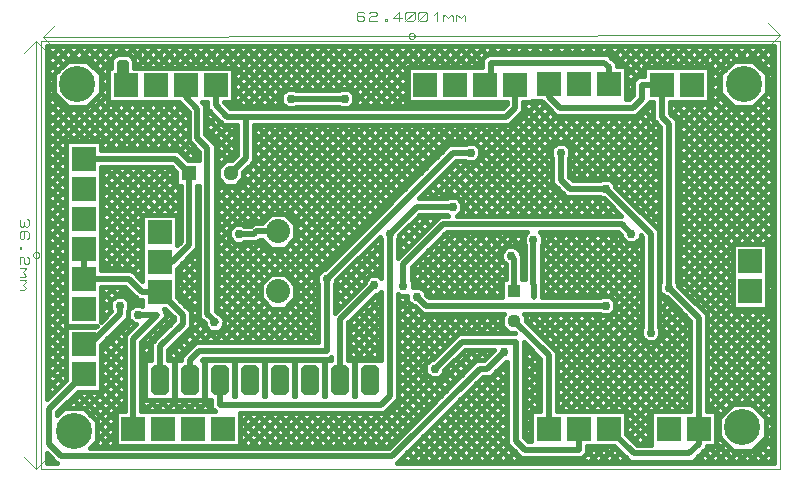
<source format=gbr>
G04 PROTEUS GERBER X2 FILE*
%TF.GenerationSoftware,Labcenter,Proteus,8.15-SP1-Build34318*%
%TF.CreationDate,2024-02-24T08:34:58+00:00*%
%TF.FileFunction,Copper,L2,Bot*%
%TF.FilePolarity,Positive*%
%TF.Part,Single*%
%TF.SameCoordinates,{d6b9a477-15e1-4d55-aad5-44706a46bc90}*%
%FSLAX45Y45*%
%MOMM*%
G01*
%TA.AperFunction,Conductor*%
%ADD10C,0.508000*%
%TA.AperFunction,ViaPad*%
%ADD12C,0.762000*%
%TA.AperFunction,NonConductor*%
%ADD27C,0.381000*%
%TA.AperFunction,WasherPad*%
%ADD15R,1.120000X1.120000*%
%TA.AperFunction,ComponentPad*%
%ADD16C,1.120000*%
%ADD18R,2.032000X2.032000*%
%ADD71C,2.032000*%
%TA.AperFunction,WasherPad*%
%ADD20R,1.280000X1.280000*%
%TA.AperFunction,ComponentPad*%
%ADD21C,1.280000*%
%AMDIL015*
4,1,8,
-0.762000,0.965200,-0.457200,1.270000,0.457200,1.270000,0.762000,0.965200,0.762000,-0.965200,
0.457200,-1.270000,-0.457200,-1.270000,-0.762000,-0.965200,-0.762000,0.965200,
0*%
%TA.AperFunction,ComponentPad*%
%ADD23DIL015*%
%TA.AperFunction,OtherPad,Unknown*%
%ADD24C,3.048000*%
%TA.AperFunction,Profile*%
%ADD25C,0.101600*%
%TA.AperFunction,NonMaterial*%
%ADD26C,0.101600*%
%TD.AperFunction*%
D10*
X-6172200Y+6096000D02*
X-5943600Y+6324600D01*
X-5486400Y+6324600D01*
X-5486400Y+5486400D01*
X-5410200Y+5410200D01*
X-4953000Y+5410200D01*
X-4953000Y+5588000D01*
X-6324600Y+6705600D02*
X-6248400Y+6629400D01*
X-4724400Y+6629400D01*
X-4508500Y+7239000D02*
X-4589500Y+7320000D01*
X-6100000Y+7320000D01*
X-6436000Y+6984000D01*
X-6436000Y+6794500D01*
X-8036000Y+6487000D02*
X-8026000Y+6487000D01*
X-8096000Y+6557000D01*
X-8096000Y+7961800D01*
X-8186000Y+8051800D01*
X-8186000Y+8297000D01*
X-8280000Y+8391000D01*
X-8280000Y+8497000D01*
X-7391400Y+8382000D02*
X-6934200Y+8382000D01*
X-6683200Y+6804200D02*
X-6976000Y+6511400D01*
X-6976000Y+6000000D01*
X-7500000Y+7258000D02*
X-7680339Y+7258000D01*
X-7701879Y+7236460D01*
X-7830820Y+7236460D01*
X-6553200Y+7239000D02*
X-6553200Y+5867400D01*
X-6629400Y+5791200D01*
X-7992000Y+5791200D01*
X-7992000Y+6000000D01*
X-6553200Y+7239000D02*
X-6324600Y+7467600D01*
X-6019800Y+7467600D01*
X-8250000Y+7750000D02*
X-8374000Y+7874000D01*
X-9144000Y+7874000D01*
X-8250000Y+7750000D02*
X-8250000Y+7143000D01*
X-8393000Y+7000000D01*
X-8500000Y+7000000D01*
X-4724400Y+7620000D02*
X-5029200Y+7620000D01*
X-5105400Y+7696200D01*
X-5105400Y+7924800D01*
X-4724400Y+7620000D02*
X-4343400Y+7239000D01*
X-4343400Y+6400800D01*
X-5336000Y+7187000D02*
X-5336000Y+7086600D01*
X-5336000Y+6809200D01*
X-5334000Y+6807200D01*
X-5334000Y+6705600D01*
X-5588000Y+6233160D02*
X-5725160Y+6096000D01*
X-5791200Y+6096000D01*
X-6530200Y+5357000D01*
X-9336000Y+5357000D01*
X-9436000Y+5457000D01*
X-9436000Y+5755220D01*
X-9144000Y+6047220D01*
X-8839200Y+6629400D02*
X-8839200Y+6553800D01*
X-9091780Y+6301220D01*
X-9144000Y+6301220D01*
X-5500000Y+6500000D02*
X-5207000Y+6207000D01*
X-5207000Y+5588000D01*
X-3937000Y+6172200D02*
X-3937000Y+6527800D01*
X-4191000Y+6781800D01*
X-4250000Y+8500000D02*
X-4250000Y+8229600D01*
X-4191000Y+8170600D01*
X-4191000Y+6781800D01*
X-9144000Y+6858000D02*
X-8763000Y+6858000D01*
X-8651000Y+6746000D01*
X-8500000Y+6746000D01*
X-7900000Y+7750000D02*
X-7772400Y+7877600D01*
X-7772400Y+8229600D01*
X-4250000Y+8500000D02*
X-4419600Y+8500000D01*
X-4419600Y+8382000D01*
X-8500000Y+6746000D02*
X-8305800Y+6551800D01*
X-8305800Y+6477000D01*
X-8500000Y+6282800D01*
X-8500000Y+6000000D01*
X-6629400Y+8229600D02*
X-7772400Y+8229600D01*
X-3937000Y+5588000D02*
X-3937000Y+5715000D01*
X-3937000Y+6067000D01*
X-3937000Y+6172200D01*
X-5492000Y+8500000D02*
X-5492000Y+8305800D01*
X-5568200Y+8229600D01*
X-5867400Y+8229600D01*
X-7900000Y+8229600D02*
X-7900001Y+8229600D01*
X-9144000Y+6858000D02*
X-9144000Y+7000000D01*
X-9144000Y+7112000D01*
X-6629400Y+8229600D02*
X-5867400Y+8229600D01*
X-7772400Y+8229600D02*
X-7900000Y+8229600D01*
X-3937000Y+5588000D02*
X-3937000Y+5456000D01*
X-4016000Y+5377000D01*
X-4488000Y+5377000D01*
X-4699000Y+5588000D01*
X-5207000Y+8509000D02*
X-5207000Y+8398000D01*
X-5114800Y+8305800D01*
X-4495800Y+8305800D01*
X-4419600Y+8382000D01*
X-7900001Y+8229600D02*
X-7930800Y+8229600D01*
X-8026000Y+8324800D01*
X-8026000Y+8497000D01*
X-7086600Y+6858000D02*
X-6019800Y+7924800D01*
X-5867400Y+7924800D01*
X-5500000Y+6750000D02*
X-5500000Y+6858000D01*
X-5524500Y+7048500D02*
X-5500000Y+7024000D01*
X-5500000Y+6858000D01*
X-8246000Y+6000000D02*
X-8246000Y+6167000D01*
X-8164600Y+6248400D01*
X-7086600Y+6248400D01*
X-7086600Y+6553200D01*
X-5746000Y+8500000D02*
X-5697740Y+8548260D01*
X-5697740Y+8686800D01*
X-4735800Y+8686800D01*
X-4699000Y+8650000D01*
X-4699000Y+8509000D01*
X-8788000Y+8497000D02*
X-8838800Y+8547800D01*
X-8838800Y+8686800D01*
X-8788000Y+8497000D02*
X-8788000Y+8599840D01*
X-8788000Y+8686800D01*
X-8838800Y+8686800D02*
X-8788000Y+8686800D01*
X-8686800Y+6553200D02*
X-8520800Y+6553200D01*
X-8724000Y+6350000D01*
X-8724000Y+5587000D01*
X-7086600Y+6858000D02*
X-7086600Y+6553200D01*
D12*
X-6172200Y+6096000D03*
X-4724400Y+6629400D03*
X-6324600Y+6705600D03*
X-6436000Y+6794500D03*
X-4508500Y+7239000D03*
X-8036000Y+6487000D03*
X-6934200Y+8382000D03*
X-7391400Y+8382000D03*
X-6683200Y+6804200D03*
X-7830820Y+7236460D03*
X-6019800Y+7467600D03*
X-6553200Y+7239000D03*
X-5105400Y+7924800D03*
X-4343400Y+6400800D03*
X-4724400Y+7620000D03*
X-5336000Y+7187000D03*
X-5588000Y+6233160D03*
X-8839200Y+6629400D03*
X-4191000Y+6781800D03*
X-5867400Y+7924800D03*
X-5524500Y+7048500D03*
X-7086600Y+6858000D03*
X-8686800Y+6553200D03*
D27*
X-9454470Y+5924147D02*
X-9410161Y+5879838D01*
X-9454470Y+6013950D02*
X-9365260Y+5924740D01*
X-9454470Y+6103753D02*
X-9320358Y+5969641D01*
X-9454470Y+6193555D02*
X-9290049Y+6029134D01*
X-9454470Y+6283358D02*
X-9290049Y+6118937D01*
X-9454470Y+6373160D02*
X-9290049Y+6208739D01*
X-9454470Y+6462963D02*
X-9290049Y+6298542D01*
X-9454470Y+6552765D02*
X-9290049Y+6388344D01*
X-9454470Y+6642568D02*
X-9290049Y+6478147D01*
X-9269853Y+6457951D02*
X-9259171Y+6447269D01*
X-9454470Y+6732370D02*
X-9290049Y+6567949D01*
X-9180051Y+6457951D02*
X-9169369Y+6447269D01*
X-9454470Y+6822173D02*
X-9290049Y+6657752D01*
X-9090248Y+6457951D02*
X-9079566Y+6447269D01*
X-9454470Y+6911976D02*
X-9290049Y+6747555D01*
X-9454470Y+7001778D02*
X-9290049Y+6837357D01*
X-9454470Y+7091581D02*
X-9290049Y+6927160D01*
X-9454470Y+7181383D02*
X-9290049Y+7016962D01*
X-9454470Y+7271186D02*
X-9290049Y+7106765D01*
X-9454470Y+7360988D02*
X-9290049Y+7196567D01*
X-9454470Y+7450791D02*
X-9290049Y+7286370D01*
X-9454470Y+7540594D02*
X-9290049Y+7376173D01*
X-9454470Y+7630396D02*
X-9290049Y+7465975D01*
X-9454470Y+7720199D02*
X-9290049Y+7555778D01*
X-9454470Y+7810001D02*
X-9290049Y+7645580D01*
X-9454470Y+7899804D02*
X-9290049Y+7735383D01*
X-9454470Y+7989606D02*
X-9290049Y+7825185D01*
X-9454470Y+8079409D02*
X-9290049Y+7914988D01*
X-9454470Y+8169211D02*
X-9290049Y+8004790D01*
X-9454470Y+8259014D02*
X-9215505Y+8020049D01*
X-6491938Y+5296482D02*
X-6490986Y+5295530D01*
X-9454470Y+8348817D02*
X-9125702Y+8020049D01*
X-6447036Y+5341383D02*
X-6401183Y+5295530D01*
X-9454470Y+8438619D02*
X-9035900Y+8020049D01*
X-8997951Y+7982100D02*
X-8959700Y+7943849D01*
X-6402135Y+5386284D02*
X-6311381Y+5295530D01*
X-9454470Y+8528422D02*
X-9392849Y+8466801D01*
X-9236199Y+8310151D02*
X-8869897Y+7943849D01*
X-6357234Y+5431186D02*
X-6221578Y+5295530D01*
X-9454470Y+8618224D02*
X-9392849Y+8556603D01*
X-9146397Y+8310151D02*
X-8780095Y+7943849D01*
X-6312333Y+5476087D02*
X-6131776Y+5295530D01*
X-9454470Y+8708027D02*
X-9363915Y+8617472D01*
X-9085528Y+8339085D02*
X-8690292Y+7943849D01*
X-6267431Y+5520988D02*
X-6041973Y+5295530D01*
X-9454470Y+8797829D02*
X-9319014Y+8662373D01*
X-9040627Y+8383986D02*
X-8600490Y+7943849D01*
X-6222530Y+5565889D02*
X-5952171Y+5295530D01*
X-9390308Y+8823470D02*
X-9270687Y+8703849D01*
X-8999151Y+8432313D02*
X-8934049Y+8367211D01*
X-8917789Y+8350951D02*
X-8510687Y+7943849D01*
X-6177629Y+5610791D02*
X-5862368Y+5295530D01*
X-9300505Y+8823470D02*
X-9180884Y+8703849D01*
X-8999151Y+8522116D02*
X-8934049Y+8457014D01*
X-8827986Y+8350951D02*
X-8420884Y+7943849D01*
X-6132727Y+5655692D02*
X-5772565Y+5295530D01*
X-9210703Y+8823470D02*
X-8934049Y+8546816D01*
X-8738184Y+8350951D02*
X-8245682Y+7858449D01*
X-6087826Y+5700593D02*
X-5682763Y+5295530D01*
X-9120900Y+8823470D02*
X-8934049Y+8636619D01*
X-8648381Y+8350951D02*
X-8165849Y+7868419D01*
X-6042925Y+5745495D02*
X-5592960Y+5295530D01*
X-9031098Y+8823470D02*
X-8908649Y+8701021D01*
X-8558579Y+8350951D02*
X-8255849Y+8048221D01*
X-5998024Y+5790396D02*
X-5503158Y+5295530D01*
X-8941295Y+8823470D02*
X-8871103Y+8753278D01*
X-8468776Y+8350951D02*
X-8255849Y+8138024D01*
X-5953122Y+5835297D02*
X-5413355Y+5295530D01*
X-8851493Y+8823470D02*
X-8784672Y+8756649D01*
X-8718151Y+8690128D02*
X-8671072Y+8643049D01*
X-8378974Y+8350951D02*
X-8255849Y+8227826D01*
X-5908221Y+5880198D02*
X-5556249Y+5528226D01*
X-5368374Y+5340351D02*
X-5323553Y+5295530D01*
X-8761690Y+8823470D02*
X-8581269Y+8643049D01*
X-5863320Y+5925100D02*
X-5556249Y+5618029D01*
X-5278571Y+5340351D02*
X-5233750Y+5295530D01*
X-8671888Y+8823470D02*
X-8491467Y+8643049D01*
X-5818419Y+5970001D02*
X-5556249Y+5707831D01*
X-5188769Y+5340351D02*
X-5143948Y+5295530D01*
X-8582085Y+8823470D02*
X-8401664Y+8643049D01*
X-5773517Y+6014902D02*
X-5556249Y+5797634D01*
X-5098966Y+5340351D02*
X-5054145Y+5295530D01*
X-8492282Y+8823470D02*
X-8311861Y+8643049D01*
X-5695596Y+6026784D02*
X-5556249Y+5887437D01*
X-5009163Y+5340351D02*
X-4964342Y+5295530D01*
X-8402480Y+8823470D02*
X-8222059Y+8643049D01*
X-7929961Y+8350951D02*
X-7878459Y+8299449D01*
X-5650695Y+6071685D02*
X-5556249Y+5977239D01*
X-4921715Y+5342705D02*
X-4874540Y+5295530D01*
X-8312677Y+8823470D02*
X-8132256Y+8643049D01*
X-7879951Y+8390744D02*
X-7788656Y+8299449D01*
X-5605793Y+6116586D02*
X-5556249Y+6067042D01*
X-4883151Y+5393944D02*
X-4784737Y+5295530D01*
X-8222875Y+8823470D02*
X-8042454Y+8643049D01*
X-7879951Y+8480546D02*
X-7698854Y+8299449D01*
X-4841356Y+5441951D02*
X-4694935Y+5295530D01*
X-8133072Y+8823470D02*
X-7952651Y+8643049D01*
X-7879951Y+8570349D02*
X-7609051Y+8299449D01*
X-4751553Y+5441951D02*
X-4605132Y+5295530D01*
X-8043270Y+8823470D02*
X-7519249Y+8299449D01*
X-4661751Y+5441951D02*
X-4515330Y+5295530D01*
X-7953467Y+8823470D02*
X-7429446Y+8299449D01*
X-4437148Y+5307151D02*
X-4425527Y+5295530D01*
X-7863665Y+8823470D02*
X-7465168Y+8424973D01*
X-7348426Y+8308231D02*
X-7339644Y+8299449D01*
X-4347346Y+5307151D02*
X-4335725Y+5295530D01*
X-7773862Y+8823470D02*
X-7414941Y+8464549D01*
X-7262543Y+8312151D02*
X-7249841Y+8299449D01*
X-4257543Y+5307151D02*
X-4245922Y+5295530D01*
X-7684059Y+8823470D02*
X-7312438Y+8451849D01*
X-7172740Y+8312151D02*
X-7160038Y+8299449D01*
X-4167740Y+5307151D02*
X-4156119Y+5295530D01*
X-7594257Y+8823470D02*
X-7222636Y+8451849D01*
X-7082938Y+8312151D02*
X-7070236Y+8299449D01*
X-4077938Y+5307151D02*
X-4066317Y+5295530D01*
X-7504454Y+8823470D02*
X-7132833Y+8451849D01*
X-6993135Y+8312151D02*
X-6980433Y+8299449D01*
X-3988135Y+5307151D02*
X-3976514Y+5295530D01*
X-7414652Y+8823470D02*
X-7043031Y+8451849D01*
X-6895320Y+8304138D02*
X-6890631Y+8299449D01*
X-3942701Y+5351519D02*
X-3886712Y+5295530D01*
X-7324849Y+8823470D02*
X-6965928Y+8464549D01*
X-6851651Y+8350272D02*
X-6800828Y+8299449D01*
X-3897799Y+5396420D02*
X-3796909Y+5295530D01*
X-7235047Y+8823470D02*
X-6711026Y+8299449D01*
X-3853528Y+5441951D02*
X-3707107Y+5295530D01*
X-7145244Y+8823470D02*
X-6621223Y+8299449D01*
X-3790951Y+5469177D02*
X-3617304Y+5295530D01*
X-7055441Y+8823470D02*
X-6531420Y+8299449D01*
X-3790951Y+5558980D02*
X-3762849Y+5530878D01*
X-3632122Y+5400151D02*
X-3527501Y+5295530D01*
X-6965639Y+8823470D02*
X-6441618Y+8299449D01*
X-3790951Y+5648782D02*
X-3762849Y+5620680D01*
X-3542320Y+5400151D02*
X-3437699Y+5295530D01*
X-6875836Y+8823470D02*
X-6351815Y+8299449D01*
X-3867151Y+5814785D02*
X-3746876Y+5694510D01*
X-3468489Y+5416123D02*
X-3347896Y+5295530D01*
X-6786034Y+8823470D02*
X-6400049Y+8437485D01*
X-6316515Y+8353951D02*
X-6262013Y+8299449D01*
X-3867151Y+5904587D02*
X-3701975Y+5739411D01*
X-3423588Y+5461024D02*
X-3299530Y+5336966D01*
X-6696231Y+8823470D02*
X-6400049Y+8527288D01*
X-6226712Y+8353951D02*
X-6172210Y+8299449D01*
X-3867151Y+5994390D02*
X-3657074Y+5784313D01*
X-3378687Y+5505926D02*
X-3299530Y+5426769D01*
X-6606429Y+8823470D02*
X-6400049Y+8617090D01*
X-6136910Y+8353951D02*
X-6082408Y+8299449D01*
X-3867151Y+6084192D02*
X-3576808Y+5793849D01*
X-3369151Y+5586192D02*
X-3299530Y+5516571D01*
X-6516626Y+8823470D02*
X-6339205Y+8646049D01*
X-6047107Y+8353951D02*
X-5992605Y+8299449D01*
X-3867151Y+6173995D02*
X-3487005Y+5793849D01*
X-3369151Y+5675995D02*
X-3299530Y+5606374D01*
X-6426824Y+8823470D02*
X-6249403Y+8646049D01*
X-5957305Y+8353951D02*
X-5902803Y+8299449D01*
X-3867151Y+6263797D02*
X-3299530Y+5696176D01*
X-6337021Y+8823470D02*
X-6159600Y+8646049D01*
X-5867502Y+8353951D02*
X-5813000Y+8299449D01*
X-3867151Y+6353600D02*
X-3299530Y+5785979D01*
X-6247218Y+8823470D02*
X-6069797Y+8646049D01*
X-5777699Y+8353951D02*
X-5723197Y+8299449D01*
X-3867151Y+6443403D02*
X-3299530Y+5875782D01*
X-6157416Y+8823470D02*
X-5979995Y+8646049D01*
X-5687897Y+8353951D02*
X-5633395Y+8299449D01*
X-3867151Y+6533205D02*
X-3299530Y+5965584D01*
X-6067613Y+8823470D02*
X-5890192Y+8646049D01*
X-5598094Y+8353951D02*
X-5570361Y+8326218D01*
X-4121151Y+6877008D02*
X-3299530Y+6055387D01*
X-5977811Y+8823470D02*
X-5800390Y+8646049D01*
X-4121151Y+6966810D02*
X-3299530Y+6145189D01*
X-5888008Y+8823470D02*
X-5767589Y+8703051D01*
X-4121151Y+7056613D02*
X-3299530Y+6234992D01*
X-5798206Y+8823470D02*
X-5729028Y+8754292D01*
X-4121151Y+7146415D02*
X-3646049Y+6671313D01*
X-3578687Y+6603951D02*
X-3299530Y+6324794D01*
X-5708403Y+8823470D02*
X-5641582Y+8756649D01*
X-4121151Y+7236218D02*
X-3646049Y+6761116D01*
X-3488884Y+6603951D02*
X-3299530Y+6414597D01*
X-5618600Y+8823470D02*
X-5551779Y+8756649D01*
X-4121151Y+7326021D02*
X-3646049Y+6850919D01*
X-3399081Y+6603951D02*
X-3299530Y+6504400D01*
X-5528798Y+8823470D02*
X-5461977Y+8756649D01*
X-4121151Y+7415823D02*
X-3646049Y+6940721D01*
X-3353951Y+6648623D02*
X-3299530Y+6594202D01*
X-5438995Y+8823470D02*
X-5372174Y+8756649D01*
X-4121151Y+7505626D02*
X-3646049Y+7030524D01*
X-3353951Y+6738426D02*
X-3299530Y+6684005D01*
X-5349193Y+8823470D02*
X-5282372Y+8756649D01*
X-4121151Y+7595428D02*
X-3646049Y+7120326D01*
X-3353951Y+6828228D02*
X-3299530Y+6773807D01*
X-5259390Y+8823470D02*
X-5192569Y+8756649D01*
X-4121151Y+7685231D02*
X-3585969Y+7150049D01*
X-3353951Y+6918031D02*
X-3299530Y+6863610D01*
X-5169588Y+8823470D02*
X-5102767Y+8756649D01*
X-4121151Y+7775033D02*
X-3496167Y+7150049D01*
X-3353951Y+7007833D02*
X-3299530Y+6953412D01*
X-5079785Y+8823470D02*
X-5012964Y+8756649D01*
X-4121151Y+7864836D02*
X-3406364Y+7150049D01*
X-3353951Y+7097636D02*
X-3299530Y+7043215D01*
X-4989983Y+8823470D02*
X-4923162Y+8756649D01*
X-4552951Y+8386438D02*
X-4542162Y+8375649D01*
X-4121151Y+7954638D02*
X-3299530Y+7133017D01*
X-4900180Y+8823470D02*
X-4833359Y+8756649D01*
X-4552951Y+8476241D02*
X-4489449Y+8412739D01*
X-4121151Y+8044441D02*
X-3299530Y+7222820D01*
X-4810377Y+8823470D02*
X-4743556Y+8756649D01*
X-4552951Y+8566044D02*
X-4489449Y+8502542D01*
X-4121151Y+8134244D02*
X-3299530Y+7312623D01*
X-4720575Y+8823470D02*
X-4457742Y+8560637D01*
X-4180151Y+8283046D02*
X-3299530Y+7402425D01*
X-4630772Y+8823470D02*
X-4396049Y+8588747D01*
X-4161253Y+8353951D02*
X-3299530Y+7492228D01*
X-4540970Y+8823470D02*
X-4363549Y+8646049D01*
X-4071451Y+8353951D02*
X-3299530Y+7582030D01*
X-4451167Y+8823470D02*
X-4273746Y+8646049D01*
X-3981648Y+8353951D02*
X-3299530Y+7671833D01*
X-4361365Y+8823470D02*
X-4183944Y+8646049D01*
X-3891846Y+8353951D02*
X-3299530Y+7761635D01*
X-4271562Y+8823470D02*
X-4094141Y+8646049D01*
X-3849951Y+8401859D02*
X-3299530Y+7851438D01*
X-4181760Y+8823470D02*
X-4004339Y+8646049D01*
X-3849951Y+8491661D02*
X-3299530Y+7941240D01*
X-4091957Y+8823470D02*
X-3914536Y+8646049D01*
X-3849951Y+8581464D02*
X-3752849Y+8484362D01*
X-3578638Y+8310151D02*
X-3299530Y+8031043D01*
X-4002154Y+8823470D02*
X-3752849Y+8574165D01*
X-3488835Y+8310151D02*
X-3299530Y+8120846D01*
X-3912352Y+8823470D02*
X-3715134Y+8626252D01*
X-3436747Y+8347865D02*
X-3299530Y+8210648D01*
X-3822549Y+8823470D02*
X-3670233Y+8671154D01*
X-3391846Y+8392767D02*
X-3299530Y+8300451D01*
X-3732747Y+8823470D02*
X-3613126Y+8703849D01*
X-3359151Y+8449874D02*
X-3299530Y+8390253D01*
X-3642944Y+8823470D02*
X-3523323Y+8703849D01*
X-3359151Y+8539677D02*
X-3299530Y+8480056D01*
X-3553142Y+8823470D02*
X-3299530Y+8569858D01*
X-3463339Y+8823470D02*
X-3299530Y+8659661D01*
X-3373536Y+8823470D02*
X-3299530Y+8749464D01*
X-3299530Y+8823470D02*
X-3299530Y+8823470D01*
X-3347896Y+5295530D02*
X-3299530Y+5343896D01*
X-3437699Y+5295530D02*
X-3299530Y+5433699D01*
X-3527501Y+5295530D02*
X-3299530Y+5523501D01*
X-3617304Y+5295530D02*
X-3512683Y+5400151D01*
X-3369151Y+5543683D02*
X-3299530Y+5613304D01*
X-3707107Y+5295530D02*
X-3602486Y+5400151D01*
X-3369151Y+5633486D02*
X-3299530Y+5703107D01*
X-3796909Y+5295530D02*
X-3669913Y+5422526D01*
X-3391526Y+5700913D02*
X-3299530Y+5792909D01*
X-3886712Y+5295530D02*
X-3714814Y+5467428D01*
X-3436427Y+5745815D02*
X-3299530Y+5882712D01*
X-3976514Y+5295530D02*
X-3830093Y+5441951D01*
X-3790951Y+5481093D02*
X-3759715Y+5512329D01*
X-3481328Y+5790716D02*
X-3299530Y+5972514D01*
X-4066317Y+5295530D02*
X-4054696Y+5307151D01*
X-3790951Y+5570896D02*
X-3762849Y+5598998D01*
X-3567998Y+5793849D02*
X-3299530Y+6062317D01*
X-4156119Y+5295530D02*
X-4144498Y+5307151D01*
X-3790951Y+5660698D02*
X-3299530Y+6152119D01*
X-4245922Y+5295530D02*
X-4234301Y+5307151D01*
X-3807403Y+5734049D02*
X-3299530Y+6241922D01*
X-4335725Y+5295530D02*
X-4324104Y+5307151D01*
X-3867151Y+5764104D02*
X-3299530Y+6331725D01*
X-4425527Y+5295530D02*
X-4413906Y+5307151D01*
X-3867151Y+5853906D02*
X-3299530Y+6421527D01*
X-4515330Y+5295530D02*
X-4503709Y+5307151D01*
X-3867151Y+5943709D02*
X-3299530Y+6511330D01*
X-4605132Y+5295530D02*
X-4555221Y+5345441D01*
X-3867151Y+6033511D02*
X-3299530Y+6601132D01*
X-4694935Y+5295530D02*
X-4600122Y+5390343D01*
X-3867151Y+6123314D02*
X-3386514Y+6603951D01*
X-3353951Y+6636514D02*
X-3299530Y+6690935D01*
X-4784737Y+5295530D02*
X-4645023Y+5435244D01*
X-3867151Y+6213116D02*
X-3476316Y+6603951D01*
X-3353951Y+6726316D02*
X-3299530Y+6780737D01*
X-4874540Y+5295530D02*
X-4728119Y+5441951D01*
X-3867151Y+6302919D02*
X-3566119Y+6603951D01*
X-3353951Y+6816119D02*
X-3299530Y+6870540D01*
X-4964342Y+5295530D02*
X-4817921Y+5441951D01*
X-3867151Y+6392721D02*
X-3646049Y+6613823D01*
X-3353951Y+6905921D02*
X-3299530Y+6960342D01*
X-5054145Y+5295530D02*
X-5009324Y+5340351D01*
X-3867151Y+6482524D02*
X-3646049Y+6703626D01*
X-3353951Y+6995724D02*
X-3299530Y+7050145D01*
X-5143948Y+5295530D02*
X-5099127Y+5340351D01*
X-3874949Y+6564529D02*
X-3646049Y+6793429D01*
X-3353951Y+7085527D02*
X-3299530Y+7139948D01*
X-5233750Y+5295530D02*
X-5188929Y+5340351D01*
X-3919850Y+6609430D02*
X-3646049Y+6883231D01*
X-3379231Y+7150049D02*
X-3299530Y+7229750D01*
X-5323553Y+5295530D02*
X-5278732Y+5340351D01*
X-3964751Y+6654332D02*
X-3646049Y+6973034D01*
X-3469034Y+7150049D02*
X-3299530Y+7319553D01*
X-5413355Y+5295530D02*
X-5368534Y+5340351D01*
X-4009652Y+6699233D02*
X-3646049Y+7062836D01*
X-3558836Y+7150049D02*
X-3299530Y+7409355D01*
X-5503158Y+5295530D02*
X-5448734Y+5349954D01*
X-4054554Y+6744134D02*
X-3299530Y+7499158D01*
X-5592960Y+5295530D02*
X-5493635Y+5394855D01*
X-4099455Y+6789035D02*
X-3299530Y+7588960D01*
X-5682763Y+5295530D02*
X-5538536Y+5439757D01*
X-4121151Y+6857142D02*
X-3299530Y+7678763D01*
X-5772565Y+5295530D02*
X-5556249Y+5511846D01*
X-4121151Y+6946944D02*
X-3299530Y+7768565D01*
X-5862368Y+5295530D02*
X-5556249Y+5601649D01*
X-4121151Y+7036747D02*
X-3299530Y+7858368D01*
X-5952171Y+5295530D02*
X-5556249Y+5691452D01*
X-4121151Y+7126550D02*
X-3299530Y+7948171D01*
X-6041973Y+5295530D02*
X-5556249Y+5781254D01*
X-4121151Y+7216352D02*
X-3299530Y+8037973D01*
X-6131776Y+5295530D02*
X-5556249Y+5871057D01*
X-4121151Y+7306155D02*
X-3299530Y+8127776D01*
X-6221578Y+5295530D02*
X-5556249Y+5960859D01*
X-4121151Y+7395957D02*
X-3299530Y+8217578D01*
X-6311381Y+5295530D02*
X-5556249Y+6050662D01*
X-4121151Y+7485760D02*
X-3299530Y+8307381D01*
X-6401183Y+5295530D02*
X-5556249Y+6140464D01*
X-4121151Y+7575562D02*
X-3299530Y+8397183D01*
X-6490986Y+5295530D02*
X-5760365Y+6026151D01*
X-4121151Y+7665365D02*
X-3476365Y+8310151D01*
X-3359151Y+8427365D02*
X-3299530Y+8486986D01*
X-4121151Y+7755168D02*
X-3566168Y+8310151D01*
X-3359151Y+8517168D02*
X-3299530Y+8576789D01*
X-4121151Y+7844970D02*
X-3646754Y+8319367D01*
X-3368367Y+8597754D02*
X-3299530Y+8666591D01*
X-4121151Y+7934773D02*
X-3691655Y+8364269D01*
X-3413268Y+8642656D02*
X-3299530Y+8756394D01*
X-4121151Y+8024575D02*
X-3736556Y+8409170D01*
X-3458169Y+8687557D02*
X-3322256Y+8823470D01*
X-4121151Y+8114378D02*
X-3881578Y+8353951D01*
X-3849951Y+8385578D02*
X-3752849Y+8482680D01*
X-3531680Y+8703849D02*
X-3412059Y+8823470D01*
X-4123475Y+8201856D02*
X-3971380Y+8353951D01*
X-3849951Y+8475380D02*
X-3752849Y+8572482D01*
X-3621482Y+8703849D02*
X-3501861Y+8823470D01*
X-4168377Y+8246757D02*
X-4061183Y+8353951D01*
X-3849951Y+8565183D02*
X-3591664Y+8823470D01*
X-4180151Y+8324785D02*
X-4150985Y+8353951D01*
X-3858887Y+8646049D02*
X-3681466Y+8823470D01*
X-3948690Y+8646049D02*
X-3771269Y+8823470D01*
X-4038493Y+8646049D02*
X-3861072Y+8823470D01*
X-4128295Y+8646049D02*
X-3950874Y+8823470D01*
X-4218098Y+8646049D02*
X-4040677Y+8823470D01*
X-4552951Y+8400998D02*
X-4489449Y+8464500D01*
X-4307900Y+8646049D02*
X-4130479Y+8823470D01*
X-4552951Y+8490801D02*
X-4220282Y+8823470D01*
X-4552951Y+8580603D02*
X-4310084Y+8823470D01*
X-4568308Y+8655049D02*
X-4399887Y+8823470D01*
X-4631690Y+8681470D02*
X-4489690Y+8823470D01*
X-4676591Y+8726371D02*
X-4579492Y+8823470D01*
X-4736116Y+8756649D02*
X-4669295Y+8823470D01*
X-4825918Y+8756649D02*
X-4759097Y+8823470D01*
X-4915721Y+8756649D02*
X-4848900Y+8823470D01*
X-5005523Y+8756649D02*
X-4938702Y+8823470D01*
X-5095326Y+8756649D02*
X-5028505Y+8823470D01*
X-5642328Y+8299449D02*
X-5587826Y+8353951D01*
X-5185128Y+8756649D02*
X-5118307Y+8823470D01*
X-5732131Y+8299449D02*
X-5677629Y+8353951D01*
X-5274931Y+8756649D02*
X-5208110Y+8823470D01*
X-5821934Y+8299449D02*
X-5767432Y+8353951D01*
X-5364734Y+8756649D02*
X-5297913Y+8823470D01*
X-5911736Y+8299449D02*
X-5857234Y+8353951D01*
X-5454536Y+8756649D02*
X-5387715Y+8823470D01*
X-6001539Y+8299449D02*
X-5947037Y+8353951D01*
X-5544339Y+8756649D02*
X-5477518Y+8823470D01*
X-6091341Y+8299449D02*
X-6036839Y+8353951D01*
X-5634141Y+8756649D02*
X-5567320Y+8823470D01*
X-6181144Y+8299449D02*
X-6126642Y+8353951D01*
X-5834544Y+8646049D02*
X-5767589Y+8713004D01*
X-5723944Y+8756649D02*
X-5657123Y+8823470D01*
X-6270946Y+8299449D02*
X-6216444Y+8353951D01*
X-5924346Y+8646049D02*
X-5746925Y+8823470D01*
X-6360749Y+8299449D02*
X-6306247Y+8353951D01*
X-6014149Y+8646049D02*
X-5836728Y+8823470D01*
X-6450551Y+8299449D02*
X-6396049Y+8353951D01*
X-6103951Y+8646049D02*
X-5926530Y+8823470D01*
X-6540353Y+8299449D02*
X-6400049Y+8439753D01*
X-6193753Y+8646049D02*
X-6016332Y+8823470D01*
X-6630156Y+8299449D02*
X-6400049Y+8529556D01*
X-6283556Y+8646049D02*
X-6106135Y+8823470D01*
X-6719958Y+8299449D02*
X-6400049Y+8619358D01*
X-6373358Y+8646049D02*
X-6195937Y+8823470D01*
X-6809761Y+8299449D02*
X-6285740Y+8823470D01*
X-6899563Y+8299449D02*
X-6375542Y+8823470D01*
X-6989366Y+8299449D02*
X-6978878Y+8309937D01*
X-6862136Y+8426679D02*
X-6465345Y+8823470D01*
X-9454470Y+5924147D02*
X-9290049Y+6088568D01*
X-7079168Y+8299449D02*
X-7066466Y+8312151D01*
X-6914068Y+8464549D02*
X-6555147Y+8823470D01*
X-9454470Y+6013950D02*
X-9290049Y+6178371D01*
X-7168971Y+8299449D02*
X-7156269Y+8312151D01*
X-7016571Y+8451849D02*
X-6644950Y+8823470D01*
X-9454470Y+6103753D02*
X-9290049Y+6268174D01*
X-9110954Y+6447269D02*
X-9100272Y+6457951D01*
X-7258774Y+8299449D02*
X-7246072Y+8312151D01*
X-7106374Y+8451849D02*
X-6734753Y+8823470D01*
X-9454470Y+6193555D02*
X-9290049Y+6357976D01*
X-9200756Y+6447269D02*
X-9190074Y+6457951D01*
X-7348576Y+8299449D02*
X-7335874Y+8312151D01*
X-7196176Y+8451849D02*
X-6824555Y+8823470D01*
X-9454470Y+6283358D02*
X-9279877Y+6457951D01*
X-7438379Y+8299449D02*
X-7431985Y+8305843D01*
X-7285979Y+8451849D02*
X-6914358Y+8823470D01*
X-9454470Y+6373160D02*
X-9290049Y+6537581D01*
X-7528181Y+8299449D02*
X-7473949Y+8353681D01*
X-7363081Y+8464549D02*
X-7004160Y+8823470D01*
X-9454470Y+6462963D02*
X-9290049Y+6627384D01*
X-7617984Y+8299449D02*
X-7093963Y+8823470D01*
X-9454470Y+6552765D02*
X-9290049Y+6717186D01*
X-7707786Y+8299449D02*
X-7183765Y+8823470D01*
X-9454470Y+6642568D02*
X-9290049Y+6806989D01*
X-8238589Y+7858449D02*
X-8165849Y+7931189D01*
X-7797589Y+8299449D02*
X-7273568Y+8823470D01*
X-9454470Y+6732370D02*
X-9290049Y+6896791D01*
X-8294030Y+7892810D02*
X-8209910Y+7976930D01*
X-7887391Y+8299449D02*
X-7363370Y+8823470D01*
X-9454470Y+6822173D02*
X-9290049Y+6986594D01*
X-8338931Y+7937712D02*
X-8254811Y+8021832D01*
X-7939531Y+8337112D02*
X-7925692Y+8350951D01*
X-7879951Y+8396692D02*
X-7453173Y+8823470D01*
X-9454470Y+6911976D02*
X-9290049Y+7076397D01*
X-8422597Y+7943849D02*
X-8255849Y+8110597D01*
X-7879951Y+8486495D02*
X-7542976Y+8823470D01*
X-9454470Y+7001778D02*
X-9290049Y+7166199D01*
X-8512399Y+7943849D02*
X-8255849Y+8200399D01*
X-7879951Y+8576297D02*
X-7632778Y+8823470D01*
X-9454470Y+7091581D02*
X-9290049Y+7256002D01*
X-8602202Y+7943849D02*
X-8266915Y+8279136D01*
X-7903002Y+8643049D02*
X-7722581Y+8823470D01*
X-9454470Y+7181383D02*
X-9290049Y+7345804D01*
X-8692004Y+7943849D02*
X-8311816Y+8324037D01*
X-7992804Y+8643049D02*
X-7812383Y+8823470D01*
X-9454470Y+7271186D02*
X-9290049Y+7435607D01*
X-8781807Y+7943849D02*
X-8374705Y+8350951D01*
X-8082607Y+8643049D02*
X-7902186Y+8823470D01*
X-9454470Y+7360988D02*
X-9290049Y+7525409D01*
X-8871609Y+7943849D02*
X-8464507Y+8350951D01*
X-8172409Y+8643049D02*
X-7991988Y+8823470D01*
X-9454470Y+7450791D02*
X-9290049Y+7615212D01*
X-8961412Y+7943849D02*
X-8554310Y+8350951D01*
X-8262212Y+8643049D02*
X-8081791Y+8823470D01*
X-9454470Y+7540594D02*
X-9290049Y+7705015D01*
X-8997951Y+7997113D02*
X-8644113Y+8350951D01*
X-8352015Y+8643049D02*
X-8171594Y+8823470D01*
X-9454470Y+7630396D02*
X-9290049Y+7794817D01*
X-9064817Y+8020049D02*
X-8733915Y+8350951D01*
X-8441817Y+8643049D02*
X-8261396Y+8823470D01*
X-9454470Y+7720199D02*
X-9290049Y+7884620D01*
X-9154620Y+8020049D02*
X-8823718Y+8350951D01*
X-8531620Y+8643049D02*
X-8351199Y+8823470D01*
X-9454470Y+7810001D02*
X-9290049Y+7974422D01*
X-9244422Y+8020049D02*
X-8913520Y+8350951D01*
X-8621422Y+8643049D02*
X-8441001Y+8823470D01*
X-9454470Y+7899804D02*
X-8934049Y+8420225D01*
X-8711225Y+8643049D02*
X-8530804Y+8823470D01*
X-9454470Y+7989606D02*
X-9133925Y+8310151D01*
X-8999151Y+8444925D02*
X-8934049Y+8510027D01*
X-8723247Y+8720829D02*
X-8620606Y+8823470D01*
X-9454470Y+8079409D02*
X-9223728Y+8310151D01*
X-8999151Y+8534728D02*
X-8934049Y+8599830D01*
X-8777230Y+8756649D02*
X-8710409Y+8823470D01*
X-9454470Y+8169211D02*
X-9295534Y+8328147D01*
X-9017147Y+8606534D02*
X-8908649Y+8715032D01*
X-8867032Y+8756649D02*
X-8800211Y+8823470D01*
X-9454470Y+8259014D02*
X-9340435Y+8373049D01*
X-9062048Y+8651436D02*
X-8890014Y+8823470D01*
X-9454470Y+8348817D02*
X-9385337Y+8417950D01*
X-9106950Y+8696337D02*
X-8979817Y+8823470D01*
X-9454470Y+8438619D02*
X-9392849Y+8500240D01*
X-9189240Y+8703849D02*
X-9069619Y+8823470D01*
X-9454470Y+8528422D02*
X-9159422Y+8823470D01*
X-9454470Y+8618224D02*
X-9249224Y+8823470D01*
X-9454470Y+8708027D02*
X-9339027Y+8823470D01*
X-9454470Y+8797829D02*
X-9428829Y+8823470D01*
X-9454470Y+8823470D02*
X-9454470Y+8823470D01*
X-3299530Y+5295530D02*
X-6492890Y+5295530D01*
X-5762269Y+6026151D01*
X-5696229Y+6026151D01*
X-5571769Y+6150611D01*
X-5556249Y+6150611D01*
X-5556249Y+5457469D01*
X-5439131Y+5340351D01*
X-4924069Y+5340351D01*
X-4883151Y+5381269D01*
X-4883151Y+5441951D01*
X-4651731Y+5441951D01*
X-4516931Y+5307151D01*
X-3987069Y+5307151D01*
X-3867151Y+5427069D01*
X-3867151Y+5441951D01*
X-3790951Y+5441951D01*
X-3790951Y+5734049D01*
X-3867151Y+5734049D01*
X-3867151Y+6556731D01*
X-4108451Y+6798031D01*
X-4108451Y+6815993D01*
X-4121151Y+6828693D01*
X-4121151Y+8199531D01*
X-4180151Y+8258531D01*
X-4180151Y+8353951D01*
X-3849951Y+8353951D01*
X-3849951Y+8646049D01*
X-4396049Y+8646049D01*
X-4396049Y+8569849D01*
X-4448531Y+8569849D01*
X-4489449Y+8528931D01*
X-4489449Y+8410931D01*
X-4524731Y+8375649D01*
X-4552951Y+8375649D01*
X-4552951Y+8655049D01*
X-4629151Y+8655049D01*
X-4629151Y+8678931D01*
X-4706869Y+8756649D01*
X-5726671Y+8756649D01*
X-5767589Y+8715731D01*
X-5767589Y+8646049D01*
X-6400049Y+8646049D01*
X-6400049Y+8353951D01*
X-5561849Y+8353951D01*
X-5561849Y+8334731D01*
X-5597131Y+8299449D01*
X-7901869Y+8299449D01*
X-7953371Y+8350951D01*
X-7879951Y+8350951D01*
X-7879951Y+8643049D01*
X-8718151Y+8643049D01*
X-8718151Y+8715732D01*
X-8759068Y+8756649D01*
X-8867732Y+8756649D01*
X-8908649Y+8715732D01*
X-8908649Y+8643049D01*
X-8934049Y+8643049D01*
X-8934049Y+8350951D01*
X-8338731Y+8350951D01*
X-8255849Y+8268069D01*
X-8255849Y+8022869D01*
X-8165849Y+7932869D01*
X-8165849Y+7858449D01*
X-8259669Y+7858449D01*
X-8345069Y+7943849D01*
X-8997951Y+7943849D01*
X-8997951Y+8020049D01*
X-9290049Y+8020049D01*
X-9290049Y+6457951D01*
X-9033829Y+6457951D01*
X-9044511Y+6447269D01*
X-9290049Y+6447269D01*
X-9290049Y+5999951D01*
X-9454470Y+5835530D01*
X-9454470Y+8823470D01*
X-3299530Y+8823470D01*
X-3299530Y+5295530D01*
X-3353951Y+6857951D02*
X-3353951Y+6603951D01*
X-3646049Y+6603951D01*
X-3646049Y+7150049D01*
X-3353951Y+7150049D01*
X-3353951Y+6857951D01*
X-9392849Y+8425462D02*
X-9392849Y+8588538D01*
X-9277538Y+8703849D01*
X-9114462Y+8703849D01*
X-8999151Y+8588538D01*
X-8999151Y+8425462D01*
X-9114462Y+8310151D01*
X-9277538Y+8310151D01*
X-9392849Y+8425462D01*
X-3762849Y+5515462D02*
X-3762849Y+5678538D01*
X-3647538Y+5793849D01*
X-3484462Y+5793849D01*
X-3369151Y+5678538D01*
X-3369151Y+5515462D01*
X-3484462Y+5400151D01*
X-3647538Y+5400151D01*
X-3762849Y+5515462D01*
X-3752849Y+8425462D02*
X-3752849Y+8588538D01*
X-3637538Y+8703849D01*
X-3474462Y+8703849D01*
X-3359151Y+8588538D01*
X-3359151Y+8425462D01*
X-3474462Y+8310151D01*
X-3637538Y+8310151D01*
X-3752849Y+8425462D01*
X-6851651Y+8416193D02*
X-6851651Y+8347807D01*
X-6900007Y+8299451D01*
X-6968393Y+8299451D01*
X-6981093Y+8312151D01*
X-7344507Y+8312151D01*
X-7357207Y+8299451D01*
X-7425593Y+8299451D01*
X-7473949Y+8347807D01*
X-7473949Y+8416193D01*
X-7425593Y+8464549D01*
X-7357207Y+8464549D01*
X-7344507Y+8451849D01*
X-6981093Y+8451849D01*
X-6968393Y+8464549D01*
X-6900007Y+8464549D01*
X-6851651Y+8416193D01*
X-9454470Y+5295530D02*
X-9454470Y+5295530D01*
X-9413890Y+5336110D01*
X-9454470Y+5376690D02*
X-9454470Y+5376690D01*
X-9385390Y+5307610D02*
X-9373310Y+5295530D01*
X-9454470Y+5295530D01*
X-9454470Y+5376690D01*
X-9385390Y+5307610D01*
X-8654151Y+5806059D02*
X-8581141Y+5733049D01*
X-8654151Y+5895861D02*
X-8620649Y+5862359D01*
X-8586841Y+5828551D02*
X-8491339Y+5733049D01*
X-8654151Y+5985664D02*
X-8620649Y+5952162D01*
X-8497038Y+5828551D02*
X-8401536Y+5733049D01*
X-8654151Y+6075466D02*
X-8620649Y+6041964D01*
X-8407236Y+5828551D02*
X-8311734Y+5733049D01*
X-8654151Y+6165269D02*
X-8620649Y+6131767D01*
X-8379351Y+5890469D02*
X-8366649Y+5877767D01*
X-8317433Y+5828551D02*
X-8221931Y+5733049D01*
X-8654151Y+6255072D02*
X-8570528Y+6171449D01*
X-8379351Y+5980272D02*
X-8366649Y+5967570D01*
X-8227630Y+5828551D02*
X-8132128Y+5733049D01*
X-8642248Y+6332971D02*
X-8569849Y+6260572D01*
X-8379351Y+6070074D02*
X-8366649Y+6057372D01*
X-8137828Y+5828551D02*
X-8042326Y+5733049D01*
X-8597347Y+6377873D02*
X-8550527Y+6331053D01*
X-8430151Y+6210677D02*
X-8390923Y+6171449D01*
X-8379351Y+6159877D02*
X-8366649Y+6147175D01*
X-8125351Y+5905877D02*
X-8112649Y+5893175D01*
X-8552446Y+6422774D02*
X-8505626Y+6375954D01*
X-8406846Y+6277174D02*
X-8315849Y+6186177D01*
X-8125351Y+5995679D02*
X-8112649Y+5982977D01*
X-8507544Y+6467675D02*
X-8460724Y+6420855D01*
X-8361944Y+6322075D02*
X-8275824Y+6235955D01*
X-8125351Y+6085482D02*
X-8112649Y+6072780D01*
X-8462643Y+6512576D02*
X-8415823Y+6465756D01*
X-8317043Y+6366976D02*
X-8230923Y+6280856D01*
X-8128618Y+6178551D02*
X-8112649Y+6162582D01*
X-7871351Y+5921284D02*
X-7858649Y+5908582D01*
X-8460215Y+6599951D02*
X-8375649Y+6515385D01*
X-8272142Y+6411878D02*
X-8178513Y+6318249D01*
X-8038815Y+6178551D02*
X-8031713Y+6171449D01*
X-7871351Y+6011087D02*
X-7858649Y+5998385D01*
X-8235951Y+6465489D02*
X-8088711Y+6318249D01*
X-7949013Y+6178551D02*
X-7941911Y+6171449D01*
X-7871351Y+6100889D02*
X-7858649Y+6088187D01*
X-8235951Y+6555292D02*
X-7998908Y+6318249D01*
X-7859210Y+6178551D02*
X-7852108Y+6171449D01*
X-7617351Y+5936692D02*
X-7604649Y+5923990D01*
X-8353951Y+6763095D02*
X-8165849Y+6574993D01*
X-7998557Y+6407701D02*
X-7909105Y+6318249D01*
X-7769407Y+6178551D02*
X-7762305Y+6171449D01*
X-7617351Y+6026495D02*
X-7604649Y+6013793D01*
X-8353951Y+6852897D02*
X-8165849Y+6664795D01*
X-7953656Y+6452602D02*
X-7819303Y+6318249D01*
X-7679605Y+6178551D02*
X-7672503Y+6171449D01*
X-7617351Y+6116297D02*
X-7604649Y+6103595D01*
X-7363351Y+5862297D02*
X-7362103Y+5861049D01*
X-8352735Y+6941484D02*
X-8165849Y+6754598D01*
X-8026151Y+6614900D02*
X-7729500Y+6318249D01*
X-7589802Y+6178551D02*
X-7582700Y+6171449D01*
X-7363351Y+5952100D02*
X-7350649Y+5939398D01*
X-8307834Y+6986385D02*
X-8165849Y+6844400D01*
X-8026151Y+6704702D02*
X-7639698Y+6318249D01*
X-7500000Y+6178551D02*
X-7492898Y+6171449D01*
X-7363351Y+6041902D02*
X-7350649Y+6029200D01*
X-8262933Y+7031287D02*
X-8165849Y+6934203D01*
X-8026151Y+6794505D02*
X-7549895Y+6318249D01*
X-7410197Y+6178551D02*
X-7403095Y+6171449D01*
X-7363351Y+6131705D02*
X-7350649Y+6119003D01*
X-7109351Y+5877705D02*
X-7096649Y+5865003D01*
X-8218032Y+7076188D02*
X-8165849Y+7024005D01*
X-8026151Y+6884307D02*
X-7460093Y+6318249D01*
X-7320395Y+6178551D02*
X-7313293Y+6171449D01*
X-7109351Y+5967507D02*
X-7096649Y+5954805D01*
X-8180151Y+7128110D02*
X-8165849Y+7113808D01*
X-8026151Y+6974110D02*
X-7370290Y+6318249D01*
X-7230592Y+6178551D02*
X-7223490Y+6171449D01*
X-7109351Y+6057310D02*
X-7096649Y+6044608D01*
X-8180151Y+7217913D02*
X-8165849Y+7203611D01*
X-8026151Y+7063913D02*
X-7280487Y+6318249D01*
X-7140789Y+6178551D02*
X-7133687Y+6171449D01*
X-7109351Y+6147113D02*
X-7096649Y+6134411D01*
X-8180151Y+7307715D02*
X-8165849Y+7293413D01*
X-8026151Y+7153715D02*
X-7646049Y+6773613D01*
X-7476387Y+6603951D02*
X-7190685Y+6318249D01*
X-7054328Y+6181892D02*
X-7045849Y+6173413D01*
X-8180151Y+7397518D02*
X-8165849Y+7383216D01*
X-8026151Y+7243518D02*
X-7619588Y+6836955D01*
X-7413044Y+6630411D02*
X-7156449Y+6373816D01*
X-8180151Y+7487320D02*
X-8165849Y+7473018D01*
X-8026151Y+7333320D02*
X-7913369Y+7220538D01*
X-7846742Y+7153911D02*
X-7574687Y+6881856D01*
X-7368143Y+6675312D02*
X-7156449Y+6463618D01*
X-8180151Y+7577123D02*
X-8165849Y+7562821D01*
X-8026151Y+7423123D02*
X-7893525Y+7290497D01*
X-7769639Y+7166611D02*
X-7499077Y+6896049D01*
X-7353951Y+6750923D02*
X-7156449Y+6553421D01*
X-8026151Y+7512925D02*
X-7832235Y+7319009D01*
X-7679837Y+7166611D02*
X-7156449Y+6643223D01*
X-8026151Y+7602728D02*
X-7730271Y+7306848D01*
X-7535374Y+7111951D02*
X-7156449Y+6733026D01*
X-8026151Y+7692530D02*
X-7661470Y+7327849D01*
X-7445572Y+7111951D02*
X-7169149Y+6835528D01*
X-8026151Y+7782333D02*
X-8008449Y+7764631D01*
X-7885369Y+7641551D02*
X-7604181Y+7360363D01*
X-7397637Y+7153819D02*
X-7152580Y+6908762D01*
X-8026151Y+7872136D02*
X-7978692Y+7824677D01*
X-7825322Y+7671307D02*
X-7558064Y+7404049D01*
X-7353951Y+7199936D02*
X-7098697Y+6944682D01*
X-8026151Y+7961938D02*
X-7922662Y+7858449D01*
X-7791551Y+7727338D02*
X-7468262Y+7404049D01*
X-7353951Y+7289738D02*
X-7053796Y+6989583D01*
X-8116151Y+8141741D02*
X-7861595Y+7887185D01*
X-7762815Y+7788405D02*
X-7008895Y+7034485D01*
X-8116151Y+8231543D02*
X-7842249Y+7957641D01*
X-7717914Y+7833306D02*
X-6963994Y+7079386D01*
X-8116151Y+8321346D02*
X-8095849Y+8301044D01*
X-7954556Y+8159751D02*
X-7842249Y+8047444D01*
X-7702551Y+7907746D02*
X-6919092Y+7124287D01*
X-7864754Y+8159751D02*
X-7842249Y+8137246D01*
X-7702551Y+7997548D02*
X-6874191Y+7169188D01*
X-7702551Y+8087351D02*
X-6829290Y+7214090D01*
X-7685148Y+8159751D02*
X-6784388Y+7258991D01*
X-7595346Y+8159751D02*
X-6739487Y+7303892D01*
X-7505543Y+8159751D02*
X-6694586Y+7348794D01*
X-5137151Y+5791359D02*
X-5079841Y+5734049D01*
X-7415741Y+8159751D02*
X-6649685Y+7393695D01*
X-5137151Y+5881161D02*
X-4990039Y+5734049D01*
X-7325938Y+8159751D02*
X-6604783Y+7438596D01*
X-5137151Y+5970964D02*
X-4900236Y+5734049D01*
X-7236136Y+8159751D02*
X-6559882Y+7483497D01*
X-5137151Y+6060766D02*
X-4810434Y+5734049D01*
X-7146333Y+8159751D02*
X-6514981Y+7528399D01*
X-5137151Y+6150569D02*
X-4720631Y+5734049D01*
X-4552951Y+5566369D02*
X-4433431Y+5446849D01*
X-7056531Y+8159751D02*
X-6470080Y+7573300D01*
X-5399551Y+6502771D02*
X-4630829Y+5734049D01*
X-4552951Y+5656171D02*
X-4343629Y+5446849D01*
X-6966728Y+8159751D02*
X-6425178Y+7618201D01*
X-5366528Y+6559551D02*
X-4337049Y+5530072D01*
X-6876925Y+8159751D02*
X-6380277Y+7663103D01*
X-6281497Y+7564323D02*
X-6254623Y+7537449D01*
X-5276725Y+6559551D02*
X-4337049Y+5619875D01*
X-6787123Y+8159751D02*
X-6335376Y+7708004D01*
X-6236596Y+7609224D02*
X-6164821Y+7537449D01*
X-5186923Y+6559551D02*
X-4337049Y+5709677D01*
X-6697320Y+8159751D02*
X-6290474Y+7752905D01*
X-6191694Y+7654125D02*
X-6075018Y+7537449D01*
X-5954113Y+7416544D02*
X-5927418Y+7389849D01*
X-5264151Y+6726582D02*
X-5236818Y+6699249D01*
X-5097120Y+6559551D02*
X-4271618Y+5734049D01*
X-6607518Y+8159751D02*
X-6245573Y+7797806D01*
X-6146793Y+7699026D02*
X-5997916Y+7550149D01*
X-5937251Y+7489484D02*
X-5837616Y+7389849D01*
X-5264151Y+6816384D02*
X-5147016Y+6699249D01*
X-5007318Y+6559551D02*
X-4181816Y+5734049D01*
X-6517715Y+8159751D02*
X-6200672Y+7842708D01*
X-6101892Y+7743928D02*
X-5747813Y+7389849D01*
X-5266151Y+6908187D02*
X-5057213Y+6699249D01*
X-4917515Y+6559551D02*
X-4092013Y+5734049D01*
X-6427913Y+8159751D02*
X-6155771Y+7887609D01*
X-6056991Y+7788829D02*
X-5658011Y+7389849D01*
X-5266151Y+6997989D02*
X-4967411Y+6699249D01*
X-4827713Y+6559551D02*
X-4006849Y+5738687D01*
X-6338110Y+8159751D02*
X-6110869Y+7932510D01*
X-6012089Y+7833730D02*
X-5568208Y+7389849D01*
X-5266151Y+7087792D02*
X-4877608Y+6699249D01*
X-4725210Y+6546851D02*
X-4006849Y+5828490D01*
X-6248308Y+8159751D02*
X-6065968Y+7977411D01*
X-5943508Y+7854951D02*
X-5478406Y+7389849D01*
X-5253451Y+7164894D02*
X-4787806Y+6699249D01*
X-4662807Y+6574250D02*
X-4006849Y+5918292D01*
X-6158505Y+8159751D02*
X-5993403Y+7994649D01*
X-5841005Y+7842251D02*
X-5388603Y+7389849D01*
X-5248905Y+7250151D02*
X-4710703Y+6711949D01*
X-4641851Y+6643097D02*
X-4425949Y+6427195D01*
X-4317005Y+6318251D02*
X-4006849Y+6008095D01*
X-6068702Y+8159751D02*
X-5908946Y+7999995D01*
X-5792204Y+7883253D02*
X-5298800Y+7389849D01*
X-5159102Y+7250151D02*
X-4413249Y+6504298D01*
X-4268204Y+6359253D02*
X-4006849Y+6097898D01*
X-5978900Y+8159751D02*
X-5208998Y+7389849D01*
X-5069300Y+7250151D02*
X-4413249Y+6594100D01*
X-4273551Y+6454402D02*
X-4006849Y+6187700D01*
X-5889097Y+8159751D02*
X-5119195Y+7389849D01*
X-4979497Y+7250151D02*
X-4413249Y+6683903D01*
X-4273551Y+6544205D02*
X-4006849Y+6277503D01*
X-5799295Y+8159751D02*
X-5029393Y+7389849D01*
X-4889695Y+7250151D02*
X-4413249Y+6773705D01*
X-4273551Y+6634007D02*
X-4006849Y+6367305D01*
X-5709492Y+8159751D02*
X-4939590Y+7389849D01*
X-4799892Y+7250151D02*
X-4413249Y+6863508D01*
X-4273551Y+6723810D02*
X-4006849Y+6457108D01*
X-5619690Y+8159751D02*
X-5175249Y+7715310D01*
X-5010090Y+7550151D02*
X-4849788Y+7389849D01*
X-4710090Y+7250151D02*
X-4413249Y+6953310D01*
X-4273551Y+6813612D02*
X-4273549Y+6813610D01*
X-5534578Y+8164442D02*
X-5175249Y+7805113D01*
X-4920287Y+7550151D02*
X-4759985Y+7389849D01*
X-4620287Y+7250151D02*
X-4591049Y+7220913D01*
X-4526587Y+7156451D02*
X-4413249Y+7043113D01*
X-4273551Y+6903415D02*
X-4260849Y+6890713D01*
X-5489676Y+8209343D02*
X-5187949Y+7907616D01*
X-5035551Y+7755218D02*
X-4970182Y+7689849D01*
X-4830484Y+7550151D02*
X-4670182Y+7389849D01*
X-4455545Y+7175212D02*
X-4413249Y+7132916D01*
X-4273551Y+6993218D02*
X-4260849Y+6980516D01*
X-5444775Y+8254244D02*
X-5168736Y+7978205D01*
X-5035551Y+7845020D02*
X-4880380Y+7689849D01*
X-4273551Y+7083020D02*
X-4260849Y+7070318D01*
X-5422151Y+8321423D02*
X-5108077Y+8007349D01*
X-5022851Y+7922123D02*
X-4790577Y+7689849D01*
X-4273551Y+7172823D02*
X-4260849Y+7160121D01*
X-5364877Y+8353951D02*
X-4713475Y+7702549D01*
X-4273551Y+7262625D02*
X-4260849Y+7249923D01*
X-5284074Y+8362951D02*
X-4260849Y+7339726D01*
X-5067272Y+8235951D02*
X-4260849Y+7429528D01*
X-4977469Y+8235951D02*
X-4260849Y+7519331D01*
X-4887667Y+8235951D02*
X-4260849Y+7609133D01*
X-4797864Y+8235951D02*
X-4260849Y+7698936D01*
X-4708061Y+8235951D02*
X-4260849Y+7788739D01*
X-4618259Y+8235951D02*
X-4260849Y+7878541D01*
X-4528456Y+8235951D02*
X-4260849Y+7968344D01*
X-4452761Y+8250058D02*
X-4260849Y+8058146D01*
X-4407859Y+8294959D02*
X-4319849Y+8206949D01*
X-4362958Y+8339860D02*
X-4319849Y+8296751D01*
X-4343629Y+5446849D02*
X-4337049Y+5453429D01*
X-4056429Y+5734049D02*
X-4006849Y+5783629D01*
X-4433431Y+5446849D02*
X-4337049Y+5543231D01*
X-4146231Y+5734049D02*
X-4006849Y+5873431D01*
X-4491151Y+5478932D02*
X-4337049Y+5633034D01*
X-4236034Y+5734049D02*
X-4006849Y+5963234D01*
X-4536052Y+5523833D02*
X-4337049Y+5722836D01*
X-4325836Y+5734049D02*
X-4006849Y+6053036D01*
X-4552951Y+5596737D02*
X-4006849Y+6142839D01*
X-4552951Y+5686539D02*
X-4006849Y+6232641D01*
X-4595244Y+5734049D02*
X-4006849Y+6322444D01*
X-4685046Y+5734049D02*
X-4006849Y+6412246D01*
X-4774849Y+5734049D02*
X-4008439Y+6500459D01*
X-4864652Y+5734049D02*
X-4053340Y+6545361D01*
X-4954454Y+5734049D02*
X-4370252Y+6318251D01*
X-4260851Y+6427652D02*
X-4098241Y+6590262D01*
X-5044257Y+5734049D02*
X-4418824Y+6359482D01*
X-4273551Y+6504755D02*
X-4143143Y+6635163D01*
X-5134059Y+5734049D02*
X-4413249Y+6454859D01*
X-4273551Y+6594557D02*
X-4188044Y+6680064D01*
X-5137151Y+5820760D02*
X-4413249Y+6544662D01*
X-4273551Y+6684360D02*
X-4241926Y+6715985D01*
X-5137151Y+5910562D02*
X-4413249Y+6634464D01*
X-4273551Y+6774162D02*
X-4273549Y+6774164D01*
X-5137151Y+6000365D02*
X-4413249Y+6724267D01*
X-4273551Y+6863965D02*
X-4260849Y+6876667D01*
X-5137151Y+6090168D02*
X-4413249Y+6814070D01*
X-4273551Y+6953768D02*
X-4260849Y+6966470D01*
X-5137151Y+6179970D02*
X-4764431Y+6552690D01*
X-4647689Y+6669432D02*
X-4413249Y+6903872D01*
X-4273551Y+7043570D02*
X-4260849Y+7056272D01*
X-5154072Y+6252852D02*
X-4847373Y+6559551D01*
X-4694975Y+6711949D02*
X-4413249Y+6993675D01*
X-4273551Y+7133373D02*
X-4260849Y+7146075D01*
X-5198973Y+6297753D02*
X-4937175Y+6559551D01*
X-4797477Y+6699249D02*
X-4413249Y+7083477D01*
X-4273551Y+7223175D02*
X-4260849Y+7235877D01*
X-5243874Y+6342655D02*
X-5026978Y+6559551D01*
X-4887280Y+6699249D02*
X-4413249Y+7173280D01*
X-4296074Y+7290455D02*
X-4260849Y+7325680D01*
X-5288775Y+6387556D02*
X-5116780Y+6559551D01*
X-4977082Y+6699249D02*
X-4519880Y+7156451D01*
X-4340975Y+7335356D02*
X-4260849Y+7415482D01*
X-5333677Y+6432457D02*
X-5206583Y+6559551D01*
X-5066885Y+6699249D02*
X-4576188Y+7189946D01*
X-4385877Y+7380257D02*
X-4260849Y+7505285D01*
X-5378578Y+6477358D02*
X-5296385Y+6559551D01*
X-5156687Y+6699249D02*
X-4612108Y+7243828D01*
X-4430778Y+7425158D02*
X-4260849Y+7595087D01*
X-5401841Y+6543898D02*
X-5386188Y+6559551D01*
X-5246490Y+6699249D02*
X-4695588Y+7250151D01*
X-4475679Y+7470060D02*
X-4260849Y+7684890D01*
X-5264151Y+6771391D02*
X-4785391Y+7250151D01*
X-4645693Y+7389849D02*
X-4619361Y+7416181D01*
X-4520581Y+7514961D02*
X-4260849Y+7774693D01*
X-5266151Y+6859193D02*
X-4875193Y+7250151D01*
X-4735495Y+7389849D02*
X-4664262Y+7461082D01*
X-4565482Y+7559862D02*
X-4260849Y+7864495D01*
X-5266151Y+6948996D02*
X-4964996Y+7250151D01*
X-4825298Y+7389849D02*
X-4709163Y+7505984D01*
X-4610383Y+7604764D02*
X-4260849Y+7954298D01*
X-5266151Y+7038798D02*
X-5054798Y+7250151D01*
X-4915100Y+7389849D02*
X-4763045Y+7541904D01*
X-4646303Y+7658646D02*
X-4260849Y+8044100D01*
X-5266151Y+7128601D02*
X-5144601Y+7250151D01*
X-5004903Y+7389849D02*
X-4844601Y+7550151D01*
X-4692203Y+7702549D02*
X-4260849Y+8133903D01*
X-5258406Y+7226148D02*
X-5234403Y+7250151D01*
X-5094705Y+7389849D02*
X-4934403Y+7550151D01*
X-4794705Y+7689849D02*
X-4301867Y+8182687D01*
X-5184508Y+7389849D02*
X-5024206Y+7550151D01*
X-4884508Y+7689849D02*
X-4319849Y+8254508D01*
X-5274311Y+7389849D02*
X-5086070Y+7578090D01*
X-4974311Y+7689849D02*
X-4319849Y+8344311D01*
X-5364113Y+7389849D02*
X-5130971Y+7622991D01*
X-5032191Y+7721771D02*
X-4518011Y+8235951D01*
X-5453916Y+7389849D02*
X-5175249Y+7668516D01*
X-5035551Y+7808214D02*
X-4607814Y+8235951D01*
X-5543718Y+7389849D02*
X-5175249Y+7758318D01*
X-5022851Y+7910716D02*
X-4697616Y+8235951D01*
X-7109351Y+5914019D02*
X-7096649Y+5926721D01*
X-5633521Y+7389849D02*
X-5175249Y+7848121D01*
X-5043614Y+7979756D02*
X-4787419Y+8235951D01*
X-7109351Y+6003821D02*
X-7096649Y+6016523D01*
X-5723323Y+7389849D02*
X-5187949Y+7925223D01*
X-5105823Y+8007349D02*
X-4877221Y+8235951D01*
X-7109351Y+6093624D02*
X-7096649Y+6106326D01*
X-5813126Y+7389849D02*
X-4967024Y+8235951D01*
X-7363351Y+5929426D02*
X-7350649Y+5942128D01*
X-7121328Y+6171449D02*
X-7114226Y+6178551D01*
X-5902928Y+7389849D02*
X-5056826Y+8235951D01*
X-7363351Y+6019229D02*
X-7350649Y+6031931D01*
X-7211131Y+6171449D02*
X-7204029Y+6178551D01*
X-5937251Y+7445329D02*
X-5145180Y+8237400D01*
X-7611334Y+5861049D02*
X-7604649Y+5867734D01*
X-7363351Y+6109032D02*
X-7350649Y+6121734D01*
X-7300934Y+6171449D02*
X-7293832Y+6178551D01*
X-5953920Y+7518463D02*
X-5190081Y+8282302D01*
X-7617351Y+5944834D02*
X-7604649Y+5957536D01*
X-7390736Y+6171449D02*
X-7383634Y+6178551D01*
X-7243936Y+6318249D02*
X-7156449Y+6405736D01*
X-6012036Y+7550149D02*
X-5234982Y+8327203D01*
X-7617351Y+6034637D02*
X-7604649Y+6047339D01*
X-7480539Y+6171449D02*
X-7473437Y+6178551D01*
X-7333739Y+6318249D02*
X-7156449Y+6495539D01*
X-6114539Y+7537449D02*
X-5289037Y+8362951D01*
X-7871351Y+5870439D02*
X-7858649Y+5883141D01*
X-7617351Y+6124439D02*
X-7604649Y+6137141D01*
X-7570341Y+6171449D02*
X-7563239Y+6178551D01*
X-7423541Y+6318249D02*
X-7156449Y+6585341D01*
X-6204341Y+7537449D02*
X-5899539Y+7842251D01*
X-5784851Y+7956939D02*
X-5582039Y+8159751D01*
X-5422151Y+8319639D02*
X-5387839Y+8353951D01*
X-8098544Y+5733049D02*
X-8061849Y+5769744D01*
X-7871351Y+5960242D02*
X-7858649Y+5972944D01*
X-7660144Y+6171449D02*
X-7653042Y+6178551D01*
X-7513344Y+6318249D02*
X-7156449Y+6675144D01*
X-6294144Y+7537449D02*
X-5976642Y+7854951D01*
X-5828725Y+8002868D02*
X-5671842Y+8159751D01*
X-8188346Y+5733049D02*
X-8092844Y+5828551D01*
X-7871351Y+6050044D02*
X-7858649Y+6062746D01*
X-7749946Y+6171449D02*
X-7742844Y+6178551D01*
X-7603146Y+6318249D02*
X-7156449Y+6764946D01*
X-5926746Y+7994649D02*
X-5761644Y+8159751D01*
X-8278149Y+5733049D02*
X-8182647Y+5828551D01*
X-8125351Y+5885847D02*
X-8112649Y+5898549D01*
X-7871351Y+6139847D02*
X-7858649Y+6152549D01*
X-7839749Y+6171449D02*
X-7832647Y+6178551D01*
X-7692949Y+6318249D02*
X-7169149Y+6842049D01*
X-6016549Y+7994649D02*
X-5851447Y+8159751D01*
X-8367951Y+5733049D02*
X-8272449Y+5828551D01*
X-8125351Y+5975649D02*
X-8112649Y+5988351D01*
X-7929551Y+6171449D02*
X-7922449Y+6178551D01*
X-7782751Y+6318249D02*
X-7497049Y+6603951D01*
X-7353951Y+6747049D02*
X-5941249Y+8159751D01*
X-8457753Y+5733049D02*
X-8362251Y+5828551D01*
X-8125351Y+6065451D02*
X-8112649Y+6078153D01*
X-8019353Y+6171449D02*
X-8012251Y+6178551D01*
X-7872553Y+6318249D02*
X-7573673Y+6617129D01*
X-7367129Y+6823673D02*
X-6031051Y+8159751D01*
X-8547556Y+5733049D02*
X-8452054Y+5828551D01*
X-8379351Y+5901254D02*
X-8366649Y+5913956D01*
X-8125351Y+6155254D02*
X-8112649Y+6167956D01*
X-8109156Y+6171449D02*
X-8102054Y+6178551D01*
X-7962356Y+6318249D02*
X-7618574Y+6662031D01*
X-7412030Y+6868575D02*
X-6120854Y+8159751D01*
X-8637358Y+5733049D02*
X-8541856Y+5828551D01*
X-8379351Y+5991056D02*
X-8366649Y+6003758D01*
X-8052158Y+6318249D02*
X-7646049Y+6724358D01*
X-7474358Y+6896049D02*
X-6210656Y+8159751D01*
X-8654151Y+5806059D02*
X-8620649Y+5839561D01*
X-8379351Y+6080859D02*
X-8366649Y+6093561D01*
X-8141961Y+6318249D02*
X-8055759Y+6404451D01*
X-7950215Y+6509995D02*
X-6300459Y+8159751D01*
X-8654151Y+5895861D02*
X-8620649Y+5929363D01*
X-8379351Y+6170661D02*
X-8107877Y+6442135D01*
X-7991135Y+6558877D02*
X-6390261Y+8159751D01*
X-8654151Y+5985664D02*
X-8620649Y+6019166D01*
X-8430151Y+6209664D02*
X-8138797Y+6501018D01*
X-8026151Y+6613664D02*
X-7527864Y+7111951D01*
X-7353951Y+7285864D02*
X-6480064Y+8159751D01*
X-8654151Y+6075466D02*
X-8620649Y+6108968D01*
X-8235951Y+6493666D02*
X-8165849Y+6563768D01*
X-8026151Y+6703466D02*
X-7589080Y+7140537D01*
X-7382536Y+7347081D02*
X-6569866Y+8159751D01*
X-8654151Y+6165269D02*
X-8569849Y+6249571D01*
X-8237320Y+6582100D02*
X-8165849Y+6653571D01*
X-8026151Y+6793269D02*
X-7633982Y+7185438D01*
X-7427438Y+7391982D02*
X-6659669Y+8159751D01*
X-8654151Y+6255072D02*
X-8381002Y+6528221D01*
X-8282221Y+6627002D02*
X-8165849Y+6743374D01*
X-8026151Y+6883072D02*
X-7742612Y+7166611D01*
X-7505174Y+7404049D02*
X-6749472Y+8159751D01*
X-8445380Y+6553645D02*
X-8425903Y+6573122D01*
X-8327122Y+6671903D02*
X-8165849Y+6833176D01*
X-8026151Y+6972874D02*
X-7845114Y+7153911D01*
X-7671176Y+7327849D02*
X-6839274Y+8159751D01*
X-8353951Y+6734877D02*
X-8165849Y+6922979D01*
X-8026151Y+7062677D02*
X-7899965Y+7188863D01*
X-7782519Y+7306309D02*
X-6929077Y+8159751D01*
X-8353951Y+6824679D02*
X-8165849Y+7012781D01*
X-8026151Y+7152479D02*
X-7913369Y+7265261D01*
X-7859621Y+7319009D02*
X-7018879Y+8159751D01*
X-8353951Y+6914482D02*
X-8165849Y+7102584D01*
X-8026151Y+7242282D02*
X-7108682Y+8159751D01*
X-8180151Y+7178084D02*
X-8165849Y+7192386D01*
X-8026151Y+7332084D02*
X-7198484Y+8159751D01*
X-8180151Y+7267887D02*
X-8165849Y+7282189D01*
X-8026151Y+7421887D02*
X-7288287Y+8159751D01*
X-8180151Y+7357689D02*
X-8165849Y+7371991D01*
X-8026151Y+7511689D02*
X-7896289Y+7641551D01*
X-7791551Y+7746289D02*
X-7378089Y+8159751D01*
X-8180151Y+7447492D02*
X-8165849Y+7461794D01*
X-8026151Y+7601492D02*
X-7965506Y+7662137D01*
X-7702551Y+7925092D02*
X-7467892Y+8159751D01*
X-8180151Y+7537295D02*
X-8165849Y+7551597D01*
X-8026151Y+7691295D02*
X-8008449Y+7708997D01*
X-7702551Y+8014895D02*
X-7557695Y+8159751D01*
X-8180151Y+7627097D02*
X-8165849Y+7641399D01*
X-8026151Y+7781097D02*
X-7842249Y+7964999D01*
X-7702551Y+8104697D02*
X-7647497Y+8159751D01*
X-8026151Y+7870900D02*
X-7842249Y+8054802D01*
X-8026151Y+7960702D02*
X-7842249Y+8144604D01*
X-8056038Y+8020618D02*
X-7916905Y+8159751D01*
X-8100939Y+8065519D02*
X-7983219Y+8183239D01*
X-8116151Y+8140110D02*
X-8028120Y+8228141D01*
X-8116151Y+8229913D02*
X-8073022Y+8273042D01*
X-8116151Y+8319715D02*
X-8095849Y+8340017D01*
X-5256390Y+8348610D02*
X-5143731Y+8235951D01*
X-4466869Y+8235951D01*
X-4349751Y+8353068D01*
X-4349751Y+8353951D01*
X-4319849Y+8353951D01*
X-4319849Y+8200669D01*
X-4260849Y+8141669D01*
X-4260849Y+6828693D01*
X-4273549Y+6815993D01*
X-4273549Y+6747607D01*
X-4225193Y+6699251D01*
X-4207231Y+6699251D01*
X-4006849Y+6498869D01*
X-4006849Y+5734049D01*
X-4337049Y+5734049D01*
X-4337049Y+5446849D01*
X-4459069Y+5446849D01*
X-4552951Y+5540731D01*
X-4552951Y+5734049D01*
X-5137151Y+5734049D01*
X-5137151Y+6235931D01*
X-5399551Y+6498331D01*
X-5399551Y+6541607D01*
X-5417495Y+6559551D01*
X-4771293Y+6559551D01*
X-4758593Y+6546851D01*
X-4690207Y+6546851D01*
X-4641851Y+6595207D01*
X-4641851Y+6663593D01*
X-4690207Y+6711949D01*
X-4758593Y+6711949D01*
X-4771293Y+6699249D01*
X-5264151Y+6699249D01*
X-5264151Y+6836131D01*
X-5266151Y+6838131D01*
X-5266151Y+7140107D01*
X-5253451Y+7152807D01*
X-5253451Y+7221193D01*
X-5282409Y+7250151D01*
X-4618431Y+7250151D01*
X-4591049Y+7222769D01*
X-4591049Y+7204807D01*
X-4542693Y+7156451D01*
X-4474307Y+7156451D01*
X-4425951Y+7204807D01*
X-4425951Y+7222771D01*
X-4413249Y+7210069D01*
X-4413249Y+6447693D01*
X-4425949Y+6434993D01*
X-4425949Y+6366607D01*
X-4377593Y+6318251D01*
X-4309207Y+6318251D01*
X-4260851Y+6366607D01*
X-4260851Y+6434993D01*
X-4273551Y+6447693D01*
X-4273551Y+7267931D01*
X-4641851Y+7636231D01*
X-4641851Y+7654193D01*
X-4690207Y+7702549D01*
X-4758593Y+7702549D01*
X-4771293Y+7689849D01*
X-5000269Y+7689849D01*
X-5035551Y+7725131D01*
X-5035551Y+7877907D01*
X-5022851Y+7890607D01*
X-5022851Y+7958993D01*
X-5071207Y+8007349D01*
X-5139593Y+8007349D01*
X-5187949Y+7958993D01*
X-5187949Y+7890607D01*
X-5175249Y+7877907D01*
X-5175249Y+7667269D01*
X-5058131Y+7550151D01*
X-4771293Y+7550151D01*
X-4758593Y+7537451D01*
X-4740631Y+7537451D01*
X-4593029Y+7389849D01*
X-5980809Y+7389849D01*
X-5937251Y+7433407D01*
X-5937251Y+7501793D01*
X-5985607Y+7550149D01*
X-6053993Y+7550149D01*
X-6066693Y+7537449D01*
X-6308371Y+7537449D01*
X-5990869Y+7854951D01*
X-5914293Y+7854951D01*
X-5901593Y+7842251D01*
X-5833207Y+7842251D01*
X-5784851Y+7890607D01*
X-5784851Y+7958993D01*
X-5833207Y+8007349D01*
X-5901593Y+8007349D01*
X-5914293Y+7994649D01*
X-6048731Y+7994649D01*
X-7102831Y+6940549D01*
X-7120793Y+6940549D01*
X-7169149Y+6892193D01*
X-7169149Y+6823807D01*
X-7156449Y+6811107D01*
X-7156449Y+6318249D01*
X-8193531Y+6318249D01*
X-8315849Y+6195931D01*
X-8315849Y+6171449D01*
X-8366649Y+6171449D01*
X-8366649Y+5828551D01*
X-8125351Y+5828551D01*
X-8125351Y+6171449D01*
X-8142771Y+6171449D01*
X-8135669Y+6178551D01*
X-7057669Y+6178551D01*
X-7045849Y+6190371D01*
X-7045849Y+6171449D01*
X-7096649Y+6171449D01*
X-7096649Y+5861049D01*
X-7109351Y+5861049D01*
X-7109351Y+6171449D01*
X-7350649Y+6171449D01*
X-7350649Y+5861049D01*
X-7363351Y+5861049D01*
X-7363351Y+6171449D01*
X-7604649Y+6171449D01*
X-7604649Y+5861049D01*
X-7617351Y+5861049D01*
X-7617351Y+6171449D01*
X-7858649Y+6171449D01*
X-7858649Y+5861049D01*
X-7871351Y+5861049D01*
X-7871351Y+6171449D01*
X-8112649Y+6171449D01*
X-8112649Y+5828551D01*
X-8061849Y+5828551D01*
X-8061849Y+5762269D01*
X-8032629Y+5733049D01*
X-8654151Y+5733049D01*
X-8654151Y+6321069D01*
X-8438408Y+6536812D01*
X-8464563Y+6599951D01*
X-8452732Y+6599951D01*
X-8375649Y+6522867D01*
X-8375649Y+6505931D01*
X-8569849Y+6311731D01*
X-8569849Y+6171449D01*
X-8620649Y+6171449D01*
X-8620649Y+5828551D01*
X-8379351Y+5828551D01*
X-8379351Y+6171449D01*
X-8430151Y+6171449D01*
X-8430151Y+6253869D01*
X-8235951Y+6448069D01*
X-8235951Y+6580731D01*
X-8353951Y+6698731D01*
X-8353951Y+6940269D01*
X-8180151Y+7114069D01*
X-8180151Y+7641551D01*
X-8165849Y+7641551D01*
X-8165849Y+6528069D01*
X-8118549Y+6480769D01*
X-8118549Y+6452807D01*
X-8070193Y+6404451D01*
X-8001807Y+6404451D01*
X-7989107Y+6417151D01*
X-7979330Y+6417151D01*
X-7972417Y+6433841D01*
X-7953451Y+6452807D01*
X-7953451Y+6479625D01*
X-7943608Y+6503388D01*
X-7953451Y+6513231D01*
X-7953451Y+6521193D01*
X-8001807Y+6569549D01*
X-8009769Y+6569549D01*
X-8026151Y+6585931D01*
X-8026151Y+7990731D01*
X-8116151Y+8080731D01*
X-8116151Y+8325931D01*
X-8141171Y+8350951D01*
X-8095849Y+8350951D01*
X-8095849Y+8295869D01*
X-7959731Y+8159751D01*
X-7842249Y+8159751D01*
X-7842249Y+7906531D01*
X-7890331Y+7858449D01*
X-7944921Y+7858449D01*
X-8008449Y+7794921D01*
X-8008449Y+7705079D01*
X-7944921Y+7641551D01*
X-7855079Y+7641551D01*
X-7791551Y+7705079D01*
X-7791551Y+7759669D01*
X-7702551Y+7848669D01*
X-7702551Y+8159751D01*
X-5539269Y+8159751D01*
X-5422151Y+8276869D01*
X-5422151Y+8353951D01*
X-5345951Y+8353951D01*
X-5345951Y+8362951D01*
X-5270731Y+8362951D01*
X-5256390Y+8348610D01*
X-7353951Y+7318495D02*
X-7353951Y+7197505D01*
X-7439505Y+7111951D01*
X-7560495Y+7111951D01*
X-7636695Y+7188151D01*
X-7651408Y+7188151D01*
X-7672948Y+7166611D01*
X-7783927Y+7166611D01*
X-7796627Y+7153911D01*
X-7865013Y+7153911D01*
X-7913369Y+7202267D01*
X-7913369Y+7270653D01*
X-7865013Y+7319009D01*
X-7796627Y+7319009D01*
X-7783927Y+7306309D01*
X-7730810Y+7306309D01*
X-7709270Y+7327849D01*
X-7636695Y+7327849D01*
X-7560495Y+7404049D01*
X-7439505Y+7404049D01*
X-7353951Y+7318495D01*
X-7560495Y+6896049D02*
X-7439505Y+6896049D01*
X-7353951Y+6810495D01*
X-7353951Y+6689505D01*
X-7439505Y+6603951D01*
X-7560495Y+6603951D01*
X-7646049Y+6689505D01*
X-7646049Y+6810495D01*
X-7560495Y+6896049D01*
X-8997951Y+6929631D02*
X-8996169Y+6927849D01*
X-8997951Y+7019434D02*
X-8906366Y+6927849D01*
X-8997951Y+7109236D02*
X-8816564Y+6927849D01*
X-8997951Y+7199039D02*
X-8646049Y+6847137D01*
X-8997951Y+7288841D02*
X-8646049Y+6936939D01*
X-8997951Y+7378644D02*
X-8646049Y+7026742D01*
X-8997951Y+7468446D02*
X-8646049Y+7116544D01*
X-8997951Y+7558249D02*
X-8646049Y+7206347D01*
X-8997951Y+7648052D02*
X-8646049Y+7296150D01*
X-8997951Y+7737854D02*
X-8646049Y+7385952D01*
X-8974445Y+7804151D02*
X-8570343Y+7400049D01*
X-8353951Y+7183657D02*
X-8331037Y+7160743D01*
X-8884643Y+7804151D02*
X-8480541Y+7400049D01*
X-8353951Y+7273459D02*
X-8319849Y+7239357D01*
X-8794840Y+7804151D02*
X-8390738Y+7400049D01*
X-8353951Y+7363262D02*
X-8319849Y+7329160D01*
X-8705038Y+7804151D02*
X-8319849Y+7418962D01*
X-8615235Y+7804151D02*
X-8319849Y+7508765D01*
X-8525433Y+7804151D02*
X-8319849Y+7598567D01*
X-8435630Y+7804151D02*
X-8358449Y+7726970D01*
X-8687296Y+6881077D02*
X-8646049Y+6922324D01*
X-8353951Y+7214422D02*
X-8319849Y+7248524D01*
X-8732197Y+6925978D02*
X-8646049Y+7012126D01*
X-8353951Y+7304224D02*
X-8319849Y+7338326D01*
X-8820129Y+6927849D02*
X-8646049Y+7101929D01*
X-8353951Y+7394027D02*
X-8319849Y+7428129D01*
X-8909931Y+6927849D02*
X-8646049Y+7191731D01*
X-8437731Y+7400049D02*
X-8319849Y+7517931D01*
X-8997951Y+6929631D02*
X-8646049Y+7281533D01*
X-8527533Y+7400049D02*
X-8319849Y+7607733D01*
X-8997951Y+7019434D02*
X-8646049Y+7371336D01*
X-8617336Y+7400049D02*
X-8358449Y+7658936D01*
X-8997951Y+7109236D02*
X-8358449Y+7748738D01*
X-8997951Y+7199039D02*
X-8397885Y+7799105D01*
X-8997951Y+7288841D02*
X-8482641Y+7804151D01*
X-8997951Y+7378644D02*
X-8572444Y+7804151D01*
X-8997951Y+7468446D02*
X-8662246Y+7804151D01*
X-8997951Y+7558249D02*
X-8752049Y+7804151D01*
X-8997951Y+7648052D02*
X-8841852Y+7804151D01*
X-8997951Y+7737854D02*
X-8931654Y+7804151D01*
X-8997951Y+7804151D02*
X-8997951Y+7804151D01*
X-8358449Y+7759669D02*
X-8358449Y+7641551D01*
X-8319849Y+7641551D01*
X-8319849Y+7171931D01*
X-8353951Y+7137829D01*
X-8353951Y+7400049D01*
X-8646049Y+7400049D01*
X-8646049Y+6839829D01*
X-8734069Y+6927849D01*
X-8997951Y+6927849D01*
X-8997951Y+7804151D01*
X-8402931Y+7804151D01*
X-8358449Y+7759669D01*
X-6483351Y+7035429D02*
X-6483351Y+7035429D01*
X-6483351Y+7125231D02*
X-6438450Y+7080330D01*
X-6471887Y+7203570D02*
X-6393548Y+7125231D01*
X-6435967Y+7257452D02*
X-6348647Y+7170132D01*
X-6391066Y+7302354D02*
X-6303746Y+7215034D01*
X-6346165Y+7347255D02*
X-6258845Y+7259935D01*
X-6301263Y+7392156D02*
X-6213943Y+7304836D01*
X-6217056Y+7397751D02*
X-6169042Y+7349737D01*
X-6127253Y+7397751D02*
X-6119351Y+7389849D01*
X-6483351Y+7035429D02*
X-6121029Y+7397751D01*
X-6483351Y+7125231D02*
X-6210831Y+7397751D01*
X-6058791Y+7389849D02*
X-6128931Y+7389849D01*
X-6483351Y+7035429D01*
X-6483351Y+7192107D01*
X-6470651Y+7204807D01*
X-6470651Y+7222769D01*
X-6295669Y+7397751D01*
X-6066693Y+7397751D01*
X-6058791Y+7389849D01*
X-7016751Y+6569429D02*
X-7016751Y+6569429D01*
X-7016751Y+6659231D02*
X-6971850Y+6614330D01*
X-7016751Y+6749034D02*
X-6926948Y+6659231D01*
X-7004051Y+6826136D02*
X-6882047Y+6704132D01*
X-6966966Y+6878854D02*
X-6837146Y+6749034D01*
X-6922065Y+6923755D02*
X-6792245Y+6793935D01*
X-6877163Y+6968656D02*
X-6756324Y+6847817D01*
X-6832262Y+7013557D02*
X-6705454Y+6886749D01*
X-6787361Y+7058459D02*
X-6623049Y+6894147D01*
X-6742459Y+7103360D02*
X-6623049Y+6983950D01*
X-6697558Y+7148261D02*
X-6623049Y+7073752D01*
X-6652657Y+7193163D02*
X-6623049Y+7163555D01*
X-6629318Y+6867060D02*
X-6623049Y+6873329D01*
X-7016751Y+6569429D02*
X-6765749Y+6820431D01*
X-6699431Y+6886749D02*
X-6623049Y+6963131D01*
X-7016751Y+6659231D02*
X-6623049Y+7052933D01*
X-7016751Y+6749034D02*
X-6623049Y+7142736D01*
X-6635749Y+7204807D02*
X-6623049Y+7192107D01*
X-6623049Y+6860791D01*
X-6649007Y+6886749D01*
X-6717393Y+6886749D01*
X-6765749Y+6838393D01*
X-6765749Y+6820431D01*
X-7016751Y+6569429D01*
X-7016751Y+6811107D01*
X-7004051Y+6823807D01*
X-7004051Y+6841769D01*
X-6635749Y+7210071D01*
X-6635749Y+7204807D01*
X-6366151Y+6878854D02*
X-6186546Y+6699249D01*
X-6359357Y+6961862D02*
X-6096744Y+6699249D01*
X-6314456Y+7006764D02*
X-6006941Y+6699249D01*
X-6269555Y+7051665D02*
X-5917139Y+6699249D01*
X-6224653Y+7096566D02*
X-5827336Y+6699249D01*
X-6179752Y+7141467D02*
X-5737534Y+6699249D01*
X-6134851Y+7186369D02*
X-5647731Y+6699249D01*
X-6089949Y+7231270D02*
X-5600449Y+6741770D01*
X-6019028Y+7250151D02*
X-5600449Y+6831572D01*
X-5929225Y+7250151D02*
X-5569849Y+6890775D01*
X-5839423Y+7250151D02*
X-5607049Y+7017777D01*
X-5749620Y+7250151D02*
X-5594605Y+7095136D01*
X-5430151Y+6930682D02*
X-5405849Y+6906380D01*
X-5659818Y+7250151D02*
X-5540716Y+7131049D01*
X-5430151Y+7020484D02*
X-5405849Y+6996182D01*
X-5570015Y+7250151D02*
X-5405849Y+7085985D01*
X-5480213Y+7250151D02*
X-5418549Y+7188487D01*
X-5390410Y+7250151D02*
X-5390000Y+7249741D01*
X-5389591Y+7250151D02*
X-5389591Y+7250151D01*
X-5406728Y+6850449D02*
X-5405849Y+6851328D01*
X-5647731Y+6699249D02*
X-5600449Y+6746531D01*
X-5430151Y+6916829D02*
X-5405849Y+6941131D01*
X-5737534Y+6699249D02*
X-5600449Y+6836334D01*
X-5586334Y+6850449D02*
X-5569849Y+6866934D01*
X-5430151Y+7006632D02*
X-5405849Y+7030934D01*
X-5827336Y+6699249D02*
X-5569849Y+6956736D01*
X-5442921Y+7083664D02*
X-5405849Y+7120736D01*
X-5917139Y+6699249D02*
X-5604565Y+7011823D01*
X-5487823Y+7128565D02*
X-5418549Y+7197839D01*
X-6006941Y+6699249D02*
X-5456039Y+7250151D01*
X-6096744Y+6699249D02*
X-5545842Y+7250151D01*
X-6186546Y+6699249D02*
X-5635644Y+7250151D01*
X-6242051Y+6733547D02*
X-5725447Y+7250151D01*
X-6283829Y+6781571D02*
X-5815249Y+7250151D01*
X-6353451Y+6801751D02*
X-5905051Y+7250151D01*
X-6366151Y+6878854D02*
X-5994854Y+7250151D01*
X-5418549Y+7221193D02*
X-5418549Y+7152807D01*
X-5405849Y+7140107D01*
X-5405849Y+6850449D01*
X-5430151Y+6850449D01*
X-5430151Y+7052931D01*
X-5441951Y+7064731D01*
X-5441951Y+7082693D01*
X-5490307Y+7131049D01*
X-5558693Y+7131049D01*
X-5607049Y+7082693D01*
X-5607049Y+7014307D01*
X-5569849Y+6977107D01*
X-5569849Y+6850449D01*
X-5600449Y+6850449D01*
X-5600449Y+6699249D01*
X-6219469Y+6699249D01*
X-6242051Y+6721831D01*
X-6242051Y+6739793D01*
X-6290407Y+6788149D01*
X-6353451Y+6788149D01*
X-6353451Y+6828693D01*
X-6366151Y+6841393D01*
X-6366151Y+6955069D01*
X-6071069Y+7250151D01*
X-5389591Y+7250151D01*
X-5418549Y+7221193D01*
X-8997951Y+6493829D02*
X-8997951Y+6493829D01*
X-8997951Y+6583631D02*
X-8953050Y+6538730D01*
X-8997951Y+6673434D02*
X-8921749Y+6597232D01*
X-8997951Y+6763236D02*
X-8910028Y+6675313D01*
X-8933063Y+6788151D02*
X-8856861Y+6711949D01*
X-8756651Y+6611739D02*
X-8750827Y+6605915D01*
X-8843261Y+6788151D02*
X-8690859Y+6635749D01*
X-8676426Y+6635749D02*
X-8646049Y+6666126D01*
X-8756651Y+6645327D02*
X-8702879Y+6699099D01*
X-8997951Y+6493829D02*
X-8909161Y+6582619D01*
X-8792419Y+6699361D02*
X-8747780Y+6744000D01*
X-8997951Y+6583631D02*
X-8921749Y+6659833D01*
X-8869633Y+6711949D02*
X-8793431Y+6788151D01*
X-8997951Y+6673434D02*
X-8883234Y+6788151D01*
X-8997951Y+6763236D02*
X-8973036Y+6788151D01*
X-8997951Y+6788151D02*
X-8997951Y+6788151D01*
X-8679931Y+6676151D02*
X-8646049Y+6676151D01*
X-8646049Y+6629191D01*
X-8652607Y+6635749D01*
X-8720993Y+6635749D01*
X-8756651Y+6600091D01*
X-8756651Y+6663593D01*
X-8805007Y+6711949D01*
X-8873393Y+6711949D01*
X-8921749Y+6663593D01*
X-8921749Y+6595207D01*
X-8909161Y+6582619D01*
X-8997951Y+6493829D01*
X-8997951Y+6788151D01*
X-8791931Y+6788151D01*
X-8679931Y+6676151D01*
X-6855351Y+5900051D02*
X-6842649Y+5887349D01*
X-6855351Y+5989854D02*
X-6842649Y+5977152D01*
X-6855351Y+6079656D02*
X-6842649Y+6066954D01*
X-6906151Y+6220259D02*
X-6857341Y+6171449D01*
X-6855351Y+6169459D02*
X-6842649Y+6156757D01*
X-6906151Y+6310061D02*
X-6767539Y+6171449D01*
X-6906151Y+6399864D02*
X-6677736Y+6171449D01*
X-6902552Y+6486067D02*
X-6623049Y+6206564D01*
X-6857651Y+6530969D02*
X-6623049Y+6296367D01*
X-6812749Y+6575870D02*
X-6623049Y+6386170D01*
X-6767848Y+6620771D02*
X-6623049Y+6475972D01*
X-6722947Y+6665673D02*
X-6623049Y+6565775D01*
X-6678046Y+6710574D02*
X-6623049Y+6655577D01*
X-6624163Y+6746494D02*
X-6623049Y+6745380D01*
X-6623049Y+6747609D02*
X-6623049Y+6747609D01*
X-6855351Y+5911849D02*
X-6842649Y+5924551D01*
X-6855351Y+6001651D02*
X-6842649Y+6014353D01*
X-6685553Y+6171449D02*
X-6623049Y+6233953D01*
X-6855351Y+6091454D02*
X-6842649Y+6104156D01*
X-6775356Y+6171449D02*
X-6623049Y+6323756D01*
X-6865158Y+6171449D02*
X-6623049Y+6413558D01*
X-6906151Y+6220259D02*
X-6623049Y+6503361D01*
X-6906151Y+6310061D02*
X-6623049Y+6593163D01*
X-6906151Y+6399864D02*
X-6623049Y+6682966D01*
X-6623049Y+6171449D02*
X-6842649Y+6171449D01*
X-6842649Y+5861049D01*
X-6855351Y+5861049D01*
X-6855351Y+6171449D01*
X-6906151Y+6171449D01*
X-6906151Y+6482469D01*
X-6666969Y+6721651D01*
X-6649007Y+6721651D01*
X-6623049Y+6747609D01*
X-6623049Y+6171449D01*
X-5416551Y+5569851D02*
X-5353049Y+5506349D01*
X-5416551Y+5659654D02*
X-5353049Y+5596152D01*
X-5416551Y+5749456D02*
X-5353049Y+5685954D01*
X-5416551Y+5839259D02*
X-5311341Y+5734049D01*
X-5416551Y+5929061D02*
X-5276849Y+5789359D01*
X-5416551Y+6018864D02*
X-5276849Y+5879162D01*
X-5416551Y+6108666D02*
X-5276849Y+5968964D01*
X-5416551Y+6198469D02*
X-5276849Y+6058767D01*
X-5416551Y+6288272D02*
X-5276849Y+6148570D01*
X-5398910Y+5497690D02*
X-5353049Y+5543551D01*
X-5416551Y+5569851D02*
X-5353049Y+5633353D01*
X-5416551Y+5659654D02*
X-5353049Y+5723156D01*
X-5342156Y+5734049D02*
X-5276849Y+5799356D01*
X-5416551Y+5749456D02*
X-5276849Y+5889158D01*
X-5416551Y+5839259D02*
X-5276849Y+5978961D01*
X-5416551Y+5929061D02*
X-5276849Y+6068763D01*
X-5416551Y+6018864D02*
X-5276849Y+6158566D01*
X-5416551Y+6108666D02*
X-5311998Y+6213219D01*
X-5416551Y+6198469D02*
X-5356900Y+6258120D01*
X-5416551Y+6288272D02*
X-5401801Y+6303022D01*
X-5416551Y+6317771D02*
X-5416551Y+6317771D01*
X-5276849Y+6178069D02*
X-5276849Y+5734049D01*
X-5353049Y+5734049D01*
X-5353049Y+5480049D01*
X-5381269Y+5480049D01*
X-5416551Y+5515331D01*
X-5416551Y+6317771D01*
X-5276849Y+6178069D01*
X-9336266Y+5756174D02*
X-9325739Y+5745647D01*
X-9047352Y+5467260D02*
X-9006941Y+5426849D01*
X-9291365Y+5801075D02*
X-9254139Y+5763849D01*
X-9029151Y+5538861D02*
X-8917139Y+5426849D01*
X-9246463Y+5845976D02*
X-9164336Y+5763849D01*
X-9029151Y+5628664D02*
X-8870049Y+5469562D01*
X-8841438Y+5440951D02*
X-8827336Y+5426849D01*
X-9201562Y+5890877D02*
X-8870049Y+5559364D01*
X-8751636Y+5440951D02*
X-8737534Y+5426849D01*
X-9122053Y+5901171D02*
X-8870049Y+5649167D01*
X-8661833Y+5440951D02*
X-8647731Y+5426849D01*
X-9032250Y+5901171D02*
X-8864128Y+5733049D01*
X-8572030Y+5440951D02*
X-8557928Y+5426849D01*
X-8997951Y+5956674D02*
X-8793849Y+5752572D01*
X-8482228Y+5440951D02*
X-8468126Y+5426849D01*
X-8997951Y+6046477D02*
X-8793849Y+5842375D01*
X-8392425Y+5440951D02*
X-8378323Y+5426849D01*
X-8997951Y+6136279D02*
X-8793849Y+5932177D01*
X-8302623Y+5440951D02*
X-8288521Y+5426849D01*
X-8997951Y+6226082D02*
X-8793849Y+6021980D01*
X-8212820Y+5440951D02*
X-8198718Y+5426849D01*
X-8988143Y+6306076D02*
X-8793849Y+6111782D01*
X-8123018Y+5440951D02*
X-8108916Y+5426849D01*
X-8943242Y+6350978D02*
X-8793849Y+6201585D01*
X-8033215Y+5440951D02*
X-8019113Y+5426849D01*
X-8898341Y+6395879D02*
X-8793849Y+6291387D01*
X-7943413Y+5440951D02*
X-7929311Y+5426849D01*
X-8853439Y+6440780D02*
X-8792719Y+6380060D01*
X-7853610Y+5440951D02*
X-7839508Y+5426849D01*
X-8808538Y+6485682D02*
X-8747818Y+6424962D01*
X-7815951Y+5493095D02*
X-7749705Y+5426849D01*
X-8769351Y+6536297D02*
X-8769349Y+6536295D01*
X-8703705Y+6470651D02*
X-8702917Y+6469863D01*
X-7815951Y+5582897D02*
X-7659903Y+5426849D01*
X-7815951Y+5672700D02*
X-7570100Y+5426849D01*
X-7774800Y+5721351D02*
X-7480298Y+5426849D01*
X-7684997Y+5721351D02*
X-7390495Y+5426849D01*
X-7595195Y+5721351D02*
X-7300693Y+5426849D01*
X-7505392Y+5721351D02*
X-7210890Y+5426849D01*
X-7415589Y+5721351D02*
X-7121087Y+5426849D01*
X-7325787Y+5721351D02*
X-7031285Y+5426849D01*
X-7235984Y+5721351D02*
X-6941482Y+5426849D01*
X-7146182Y+5721351D02*
X-6851680Y+5426849D01*
X-7056379Y+5721351D02*
X-6761877Y+5426849D01*
X-6966577Y+5721351D02*
X-6672075Y+5426849D01*
X-6876774Y+5721351D02*
X-6582272Y+5426849D01*
X-6786972Y+5721351D02*
X-6525800Y+5460179D01*
X-6697169Y+5721351D02*
X-6480899Y+5505081D01*
X-6607366Y+5721351D02*
X-6435997Y+5549982D01*
X-6559016Y+5762803D02*
X-6391096Y+5594883D01*
X-6514115Y+5807705D02*
X-6346195Y+5639785D01*
X-6483351Y+5866743D02*
X-6301294Y+5684686D01*
X-6483351Y+5956546D02*
X-6256392Y+5729587D01*
X-6483351Y+6046348D02*
X-6211491Y+5774488D01*
X-6483351Y+6136151D02*
X-6166590Y+5819390D01*
X-6483351Y+6225954D02*
X-6121688Y+5864291D01*
X-6483351Y+6315756D02*
X-6254749Y+6087154D01*
X-6181046Y+6013451D02*
X-6076787Y+5909192D01*
X-6483351Y+6405559D02*
X-6231367Y+6153575D01*
X-6114625Y+6036833D02*
X-6031886Y+5954094D01*
X-6483351Y+6495361D02*
X-6177485Y+6189495D01*
X-6078705Y+6090715D02*
X-5986985Y+5998995D01*
X-6483351Y+6585164D02*
X-6132583Y+6234396D01*
X-6033803Y+6135616D02*
X-5942083Y+6043896D01*
X-6483351Y+6674966D02*
X-6087682Y+6279297D01*
X-5988902Y+6180517D02*
X-5897182Y+6088797D01*
X-6430533Y+6711951D02*
X-6407149Y+6688567D01*
X-6341633Y+6623051D02*
X-6042781Y+6324199D01*
X-5944001Y+6225419D02*
X-5852281Y+6133699D01*
X-6188331Y+6559551D02*
X-5997880Y+6369100D01*
X-5883531Y+6254751D02*
X-5794629Y+6165849D01*
X-6098528Y+6559551D02*
X-5933426Y+6394449D01*
X-5793728Y+6254751D02*
X-5729458Y+6190481D01*
X-6008725Y+6559551D02*
X-5843623Y+6394449D01*
X-5703925Y+6254751D02*
X-5684557Y+6235383D01*
X-5918923Y+6559551D02*
X-5753821Y+6394449D01*
X-5829120Y+6559551D02*
X-5664018Y+6394449D01*
X-5739318Y+6559551D02*
X-5574216Y+6394449D01*
X-5649515Y+6559551D02*
X-5600449Y+6510485D01*
X-5524870Y+6394449D02*
X-5519768Y+6399551D01*
X-6582272Y+5426849D02*
X-5754370Y+6254751D01*
X-5614672Y+6394449D02*
X-5575588Y+6433533D01*
X-6672075Y+5426849D02*
X-5844173Y+6254751D01*
X-5704475Y+6394449D02*
X-5600449Y+6498475D01*
X-6761877Y+5426849D02*
X-6175275Y+6013451D01*
X-5794277Y+6394449D02*
X-5629175Y+6559551D01*
X-6851680Y+5426849D02*
X-6235735Y+6042794D01*
X-5884080Y+6394449D02*
X-5718978Y+6559551D01*
X-6941482Y+5426849D02*
X-6646980Y+5721351D01*
X-6483351Y+5884980D02*
X-6254749Y+6113582D01*
X-6189782Y+6178549D02*
X-5808780Y+6559551D01*
X-7031285Y+5426849D02*
X-6736783Y+5721351D01*
X-6483351Y+5974783D02*
X-5898583Y+6559551D01*
X-7121087Y+5426849D02*
X-6826585Y+5721351D01*
X-6483351Y+6064585D02*
X-5988385Y+6559551D01*
X-7210890Y+5426849D02*
X-6916388Y+5721351D01*
X-6483351Y+6154388D02*
X-6078188Y+6559551D01*
X-7300693Y+5426849D02*
X-7006191Y+5721351D01*
X-6483351Y+6244191D02*
X-6167991Y+6559551D01*
X-7390495Y+5426849D02*
X-7095993Y+5721351D01*
X-6483351Y+6333993D02*
X-6257793Y+6559551D01*
X-7480298Y+5426849D02*
X-7185796Y+5721351D01*
X-6483351Y+6423796D02*
X-6312463Y+6594684D01*
X-7570100Y+5426849D02*
X-7275598Y+5721351D01*
X-6483351Y+6513598D02*
X-6366345Y+6630604D01*
X-7659903Y+5426849D02*
X-7365401Y+5721351D01*
X-6483351Y+6603401D02*
X-6407149Y+6679603D01*
X-7749705Y+5426849D02*
X-7455203Y+5721351D01*
X-6483351Y+6693203D02*
X-6464603Y+6711951D01*
X-7839508Y+5426849D02*
X-7825406Y+5440951D01*
X-7815951Y+5450406D02*
X-7545006Y+5721351D01*
X-7929311Y+5426849D02*
X-7915209Y+5440951D01*
X-7815951Y+5540209D02*
X-7634809Y+5721351D01*
X-8019113Y+5426849D02*
X-8005011Y+5440951D01*
X-7815951Y+5630011D02*
X-7724611Y+5721351D01*
X-8108916Y+5426849D02*
X-8094814Y+5440951D01*
X-7815951Y+5719814D02*
X-7814414Y+5721351D01*
X-8198718Y+5426849D02*
X-8184616Y+5440951D01*
X-8288521Y+5426849D02*
X-8274419Y+5440951D01*
X-8378323Y+5426849D02*
X-8364221Y+5440951D01*
X-8468126Y+5426849D02*
X-8454024Y+5440951D01*
X-8557928Y+5426849D02*
X-8543826Y+5440951D01*
X-8647731Y+5426849D02*
X-8633629Y+5440951D01*
X-8737534Y+5426849D02*
X-8723432Y+5440951D01*
X-8827336Y+5426849D02*
X-8813234Y+5440951D01*
X-8917139Y+5426849D02*
X-8870049Y+5473939D01*
X-9006941Y+5426849D02*
X-8870049Y+5563741D01*
X-9029151Y+5494442D02*
X-8870049Y+5653544D01*
X-9029151Y+5584244D02*
X-8793849Y+5819546D01*
X-9041905Y+5661293D02*
X-8793849Y+5909349D01*
X-9086806Y+5706194D02*
X-8793849Y+5999151D01*
X-9131707Y+5751095D02*
X-8793849Y+6088953D01*
X-9208756Y+5763849D02*
X-9071434Y+5901171D01*
X-8997951Y+5974654D02*
X-8793849Y+6178756D01*
X-9298558Y+5763849D02*
X-9161236Y+5901171D01*
X-8997951Y+6064456D02*
X-8793849Y+6268558D01*
X-8997951Y+6154259D02*
X-8793849Y+6358361D01*
X-8997951Y+6244061D02*
X-8746177Y+6495835D01*
X-8769351Y+6562464D02*
X-8769349Y+6562466D01*
X-6470193Y+6711951D02*
X-6407149Y+6711951D01*
X-6407149Y+6671407D01*
X-6358793Y+6623051D01*
X-6340831Y+6623051D01*
X-6277331Y+6559551D01*
X-5582505Y+6559551D01*
X-5600449Y+6541607D01*
X-5600449Y+6458393D01*
X-5541607Y+6399551D01*
X-5498331Y+6399551D01*
X-5493229Y+6394449D01*
X-5972531Y+6394449D01*
X-6188431Y+6178549D01*
X-6206393Y+6178549D01*
X-6254749Y+6130193D01*
X-6254749Y+6061807D01*
X-6206393Y+6013451D01*
X-6138007Y+6013451D01*
X-6089651Y+6061807D01*
X-6089651Y+6079769D01*
X-5914669Y+6254751D01*
X-5670549Y+6254751D01*
X-5670549Y+6249391D01*
X-5754091Y+6165849D01*
X-5820131Y+6165849D01*
X-6559131Y+5426849D01*
X-9087764Y+5426849D01*
X-9029151Y+5485462D01*
X-9029151Y+5648538D01*
X-9144462Y+5763849D01*
X-9307538Y+5763849D01*
X-9366151Y+5705236D01*
X-9366151Y+5726289D01*
X-9191269Y+5901171D01*
X-8997951Y+5901171D01*
X-8997951Y+6296269D01*
X-8769351Y+6524869D01*
X-8769351Y+6582507D01*
X-8769349Y+6582509D01*
X-8769349Y+6519007D01*
X-8720993Y+6470651D01*
X-8702129Y+6470651D01*
X-8793849Y+6378931D01*
X-8793849Y+5733049D01*
X-8870049Y+5733049D01*
X-8870049Y+5440951D01*
X-7815951Y+5440951D01*
X-7815951Y+5721351D01*
X-6600469Y+5721351D01*
X-6483351Y+5838469D01*
X-6483351Y+6725109D01*
X-6470193Y+6711951D01*
D15*
X-5500000Y+6750000D03*
D16*
X-5500000Y+6500000D03*
D18*
X-9144000Y+6604000D03*
X-9144000Y+6858000D03*
X-9144000Y+7112000D03*
X-9144000Y+7366000D03*
X-9144000Y+6301220D03*
X-9144000Y+6047220D03*
D71*
X-7500000Y+7258000D03*
X-7500000Y+6750000D03*
D20*
X-8250000Y+7750000D03*
D21*
X-7900000Y+7750000D03*
D18*
X-5492000Y+8500000D03*
X-5746000Y+8500000D03*
X-6000000Y+8500000D03*
X-6254000Y+8500000D03*
X-3500000Y+6750000D03*
X-3500000Y+7004000D03*
X-9144000Y+7874000D03*
X-9144000Y+7620000D03*
X-8500000Y+6746000D03*
X-8500000Y+7000000D03*
X-8500000Y+7254000D03*
X-4191000Y+5588000D03*
X-3937000Y+5588000D03*
X-3996000Y+8500000D03*
X-4250000Y+8500000D03*
X-7962000Y+5587000D03*
X-8216000Y+5587000D03*
X-8470000Y+5587000D03*
X-8724000Y+5587000D03*
X-8026000Y+8497000D03*
X-8280000Y+8497000D03*
X-8534000Y+8497000D03*
X-8788000Y+8497000D03*
D23*
X-6722000Y+6000000D03*
X-6976000Y+6000000D03*
X-7230000Y+6000000D03*
X-7484000Y+6000000D03*
X-7738000Y+6000000D03*
X-7992000Y+6000000D03*
X-8246000Y+6000000D03*
X-8500000Y+6000000D03*
D18*
X-5207000Y+8509000D03*
X-4953000Y+8509000D03*
X-4699000Y+8509000D03*
X-5207000Y+5588000D03*
X-4953000Y+5588000D03*
X-4699000Y+5588000D03*
D24*
X-9196000Y+8507000D03*
X-9226000Y+5567000D03*
X-3566000Y+5597000D03*
X-3556000Y+8507000D03*
D25*
X-9504000Y+5246000D02*
X-3250000Y+5246000D01*
X-3250000Y+8873000D01*
X-9504000Y+8873000D01*
X-9504000Y+5246000D01*
D26*
X-9546000Y+8867000D02*
X-9546000Y+5247000D01*
X-9546000Y+8867000D02*
X-9647600Y+8765400D01*
X-9546000Y+8867000D02*
X-9444400Y+8765400D01*
X-9546000Y+5247000D02*
X-9444400Y+5348600D01*
X-9546000Y+5247000D02*
X-9647600Y+5348600D01*
X-9520600Y+7057000D02*
X-9520688Y+7059109D01*
X-9521401Y+7063328D01*
X-9522893Y+7067547D01*
X-9525333Y+7071766D01*
X-9529064Y+7075930D01*
X-9533283Y+7078987D01*
X-9537502Y+7080936D01*
X-9541721Y+7082037D01*
X-9545940Y+7082400D01*
X-9546000Y+7082400D01*
X-9571400Y+7057000D02*
X-9571312Y+7059109D01*
X-9570599Y+7063328D01*
X-9569107Y+7067547D01*
X-9566667Y+7071766D01*
X-9562936Y+7075930D01*
X-9558717Y+7078987D01*
X-9554498Y+7080936D01*
X-9550279Y+7082037D01*
X-9546060Y+7082400D01*
X-9546000Y+7082400D01*
X-9571400Y+7057000D02*
X-9571312Y+7054891D01*
X-9570599Y+7050672D01*
X-9569107Y+7046453D01*
X-9566667Y+7042234D01*
X-9562936Y+7038070D01*
X-9558717Y+7035013D01*
X-9554498Y+7033064D01*
X-9550279Y+7031963D01*
X-9546060Y+7031600D01*
X-9546000Y+7031600D01*
X-9520600Y+7057000D02*
X-9520688Y+7054891D01*
X-9521401Y+7050672D01*
X-9522893Y+7046453D01*
X-9525333Y+7042234D01*
X-9529064Y+7038070D01*
X-9533283Y+7035013D01*
X-9537502Y+7033064D01*
X-9541721Y+7031963D01*
X-9545940Y+7031600D01*
X-9546000Y+7031600D01*
X-9622020Y+7363705D02*
X-9609320Y+7350370D01*
X-9609320Y+7310365D01*
X-9622020Y+7297030D01*
X-9634720Y+7297030D01*
X-9647420Y+7310365D01*
X-9660120Y+7297030D01*
X-9672820Y+7297030D01*
X-9685520Y+7310365D01*
X-9685520Y+7350370D01*
X-9672820Y+7363705D01*
X-9647420Y+7337035D02*
X-9647420Y+7310365D01*
X-9622020Y+7190350D02*
X-9609320Y+7203685D01*
X-9609320Y+7243690D01*
X-9622020Y+7257025D01*
X-9672820Y+7257025D01*
X-9685520Y+7243690D01*
X-9685520Y+7203685D01*
X-9672820Y+7190350D01*
X-9660120Y+7190350D01*
X-9647420Y+7203685D01*
X-9647420Y+7257025D01*
X-9672820Y+7123675D02*
X-9672820Y+7110340D01*
X-9685520Y+7110340D01*
X-9685520Y+7123675D01*
X-9672820Y+7123675D01*
X-9622020Y+7043665D02*
X-9609320Y+7030330D01*
X-9609320Y+6990325D01*
X-9622020Y+6976990D01*
X-9634720Y+6976990D01*
X-9647420Y+6990325D01*
X-9647420Y+7030330D01*
X-9660120Y+7043665D01*
X-9685520Y+7043665D01*
X-9685520Y+6976990D01*
X-9685520Y+6950320D02*
X-9634720Y+6950320D01*
X-9647420Y+6950320D02*
X-9634720Y+6936985D01*
X-9660120Y+6910315D01*
X-9634720Y+6883645D01*
X-9647420Y+6870310D01*
X-9685520Y+6870310D01*
X-9685520Y+6843640D02*
X-9634720Y+6843640D01*
X-9647420Y+6843640D02*
X-9634720Y+6830305D01*
X-9660120Y+6803635D01*
X-9634720Y+6776965D01*
X-9647420Y+6763630D01*
X-9685520Y+6763630D01*
X-9486000Y+8907000D02*
X-3246000Y+8917000D01*
X-9486000Y+8907000D02*
X-9384237Y+8805562D01*
X-9486000Y+8907000D02*
X-9384562Y+9008762D01*
X-3246000Y+8917000D02*
X-3347762Y+9018437D01*
X-3246000Y+8917000D02*
X-3347437Y+8815237D01*
X-6340600Y+8912000D02*
X-6340688Y+8914109D01*
X-6341401Y+8918328D01*
X-6342893Y+8922547D01*
X-6345333Y+8926766D01*
X-6349064Y+8930930D01*
X-6353283Y+8933987D01*
X-6357502Y+8935936D01*
X-6361721Y+8937037D01*
X-6365940Y+8937400D01*
X-6366000Y+8937400D01*
X-6391400Y+8912000D02*
X-6391312Y+8914109D01*
X-6390599Y+8918328D01*
X-6389107Y+8922547D01*
X-6386667Y+8926766D01*
X-6382936Y+8930930D01*
X-6378717Y+8933987D01*
X-6374498Y+8935936D01*
X-6370279Y+8937037D01*
X-6366060Y+8937400D01*
X-6366000Y+8937400D01*
X-6391400Y+8912000D02*
X-6391312Y+8909891D01*
X-6390599Y+8905672D01*
X-6389107Y+8901453D01*
X-6386667Y+8897234D01*
X-6382936Y+8893070D01*
X-6378717Y+8890013D01*
X-6374498Y+8888064D01*
X-6370279Y+8886963D01*
X-6366060Y+8886600D01*
X-6366000Y+8886600D01*
X-6340600Y+8912000D02*
X-6340688Y+8909891D01*
X-6341401Y+8905672D01*
X-6342893Y+8901453D01*
X-6345333Y+8897234D01*
X-6349064Y+8893070D01*
X-6353283Y+8890013D01*
X-6357502Y+8888064D01*
X-6361721Y+8886963D01*
X-6365940Y+8886600D01*
X-6366000Y+8886600D01*
X-6766050Y+9105980D02*
X-6779385Y+9118680D01*
X-6819390Y+9118680D01*
X-6832725Y+9105980D01*
X-6832725Y+9055180D01*
X-6819390Y+9042480D01*
X-6779385Y+9042480D01*
X-6766050Y+9055180D01*
X-6766050Y+9067880D01*
X-6779385Y+9080580D01*
X-6832725Y+9080580D01*
X-6726045Y+9105980D02*
X-6712710Y+9118680D01*
X-6672705Y+9118680D01*
X-6659370Y+9105980D01*
X-6659370Y+9093280D01*
X-6672705Y+9080580D01*
X-6712710Y+9080580D01*
X-6726045Y+9067880D01*
X-6726045Y+9042480D01*
X-6659370Y+9042480D01*
X-6592695Y+9055180D02*
X-6579360Y+9055180D01*
X-6579360Y+9042480D01*
X-6592695Y+9042480D01*
X-6592695Y+9055180D01*
X-6446010Y+9067880D02*
X-6526020Y+9067880D01*
X-6472680Y+9118680D01*
X-6472680Y+9042480D01*
X-6419340Y+9055180D02*
X-6419340Y+9105980D01*
X-6406005Y+9118680D01*
X-6352665Y+9118680D01*
X-6339330Y+9105980D01*
X-6339330Y+9055180D01*
X-6352665Y+9042480D01*
X-6406005Y+9042480D01*
X-6419340Y+9055180D01*
X-6419340Y+9042480D02*
X-6339330Y+9118680D01*
X-6312660Y+9055180D02*
X-6312660Y+9105980D01*
X-6299325Y+9118680D01*
X-6245985Y+9118680D01*
X-6232650Y+9105980D01*
X-6232650Y+9055180D01*
X-6245985Y+9042480D01*
X-6299325Y+9042480D01*
X-6312660Y+9055180D01*
X-6312660Y+9042480D02*
X-6232650Y+9118680D01*
X-6179310Y+9093280D02*
X-6152640Y+9118680D01*
X-6152640Y+9042480D01*
X-6099300Y+9042480D02*
X-6099300Y+9093280D01*
X-6099300Y+9080580D02*
X-6085965Y+9093280D01*
X-6059295Y+9067880D01*
X-6032625Y+9093280D01*
X-6019290Y+9080580D01*
X-6019290Y+9042480D01*
X-5992620Y+9042480D02*
X-5992620Y+9093280D01*
X-5992620Y+9080580D02*
X-5979285Y+9093280D01*
X-5952615Y+9067880D01*
X-5925945Y+9093280D01*
X-5912610Y+9080580D01*
X-5912610Y+9042480D01*
M02*

</source>
